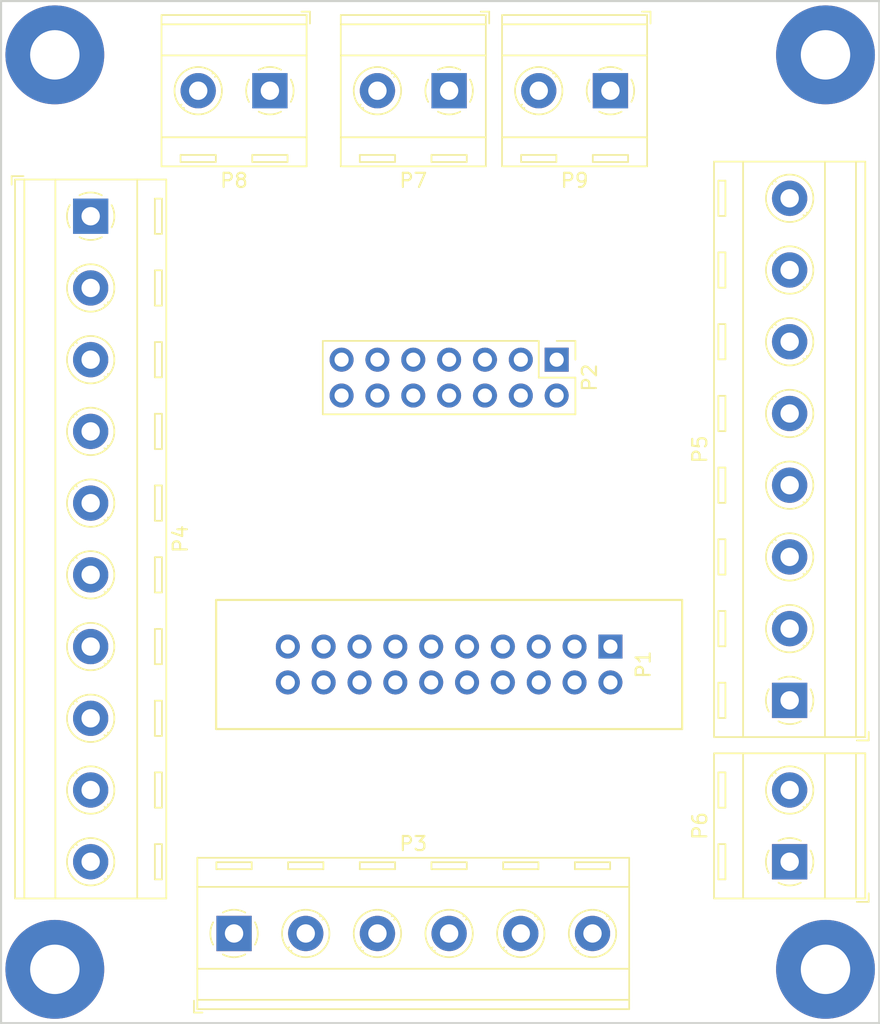
<source format=kicad_pcb>
(kicad_pcb (version 4) (host pcbnew 4.0.7)

  (general
    (links 33)
    (no_connects 33)
    (area 140.894999 59.614999 218.515001 156.285001)
    (thickness 1.6)
    (drawings 4)
    (tracks 0)
    (zones 0)
    (modules 13)
    (nets 34)
  )

  (page A4)
  (layers
    (0 F.Cu signal)
    (31 B.Cu signal)
    (32 B.Adhes user)
    (33 F.Adhes user)
    (34 B.Paste user)
    (35 F.Paste user)
    (36 B.SilkS user)
    (37 F.SilkS user)
    (38 B.Mask user)
    (39 F.Mask user)
    (40 Dwgs.User user)
    (41 Cmts.User user)
    (42 Eco1.User user)
    (43 Eco2.User user)
    (44 Edge.Cuts user)
    (45 Margin user)
    (46 B.CrtYd user)
    (47 F.CrtYd user)
    (48 B.Fab user)
    (49 F.Fab user)
  )

  (setup
    (last_trace_width 0.25)
    (trace_clearance 0.2)
    (zone_clearance 0.508)
    (zone_45_only no)
    (trace_min 0.2)
    (segment_width 0.2)
    (edge_width 0.15)
    (via_size 0.6)
    (via_drill 0.4)
    (via_min_size 0.4)
    (via_min_drill 0.3)
    (uvia_size 0.3)
    (uvia_drill 0.1)
    (uvias_allowed no)
    (uvia_min_size 0.2)
    (uvia_min_drill 0.1)
    (pcb_text_width 0.3)
    (pcb_text_size 1.5 1.5)
    (mod_edge_width 0.15)
    (mod_text_size 1 1)
    (mod_text_width 0.15)
    (pad_size 1.524 1.524)
    (pad_drill 0.762)
    (pad_to_mask_clearance 0.2)
    (aux_axis_origin 0 0)
    (visible_elements 7FFFFF7F)
    (pcbplotparams
      (layerselection 0x00030_80000001)
      (usegerberextensions false)
      (excludeedgelayer true)
      (linewidth 0.100000)
      (plotframeref false)
      (viasonmask false)
      (mode 1)
      (useauxorigin false)
      (hpglpennumber 1)
      (hpglpenspeed 20)
      (hpglpendiameter 15)
      (hpglpenoverlay 2)
      (psnegative false)
      (psa4output false)
      (plotreference true)
      (plotvalue true)
      (plotinvisibletext false)
      (padsonsilk false)
      (subtractmaskfromsilk false)
      (outputformat 1)
      (mirror false)
      (drillshape 1)
      (scaleselection 1)
      (outputdirectory ""))
  )

  (net 0 "")
  (net 1 CAN_H)
  (net 2 HVPL_1)
  (net 3 CAN_L)
  (net 4 HVPL_2)
  (net 5 NC)
  (net 6 HVPL_Cock)
  (net 7 APPS1_10)
  (net 8 HVPL_1_RTN)
  (net 9 APPS2_5)
  (net 10 HVPL_2_RTN)
  (net 11 APPS1_RTN)
  (net 12 HVPL_Cock_RTN)
  (net 13 RTN_GLV)
  (net 14 APPS1)
  (net 15 BP)
  (net 16 APPS2)
  (net 17 BOT)
  (net 18 Brake_24A)
  (net 19 Brake_24B)
  (net 20 CH_GND)
  (net 21 CC_LED)
  (net 22 LV_RTN)
  (net 23 IMD_Fault_LED)
  (net 24 24LV)
  (net 25 Drive_BTN_+5)
  (net 26 AIRs+)
  (net 27 Drive_BTN)
  (net 28 AIRs-)
  (net 29 Drive_LED)
  (net 30 IMD_Status)
  (net 31 RTDS)
  (net 32 IMD_PWM)
  (net 33 RTDS_RTN)

  (net_class Default "This is the default net class."
    (clearance 0.2)
    (trace_width 0.25)
    (via_dia 0.6)
    (via_drill 0.4)
    (uvia_dia 0.3)
    (uvia_drill 0.1)
    (add_net 24LV)
    (add_net AIRs+)
    (add_net AIRs-)
    (add_net APPS1)
    (add_net APPS1_10)
    (add_net APPS1_RTN)
    (add_net APPS2)
    (add_net APPS2_5)
    (add_net BOT)
    (add_net BP)
    (add_net Brake_24A)
    (add_net Brake_24B)
    (add_net CAN_H)
    (add_net CAN_L)
    (add_net CC_LED)
    (add_net CH_GND)
    (add_net Drive_BTN)
    (add_net Drive_BTN_+5)
    (add_net Drive_LED)
    (add_net HVPL_1)
    (add_net HVPL_1_RTN)
    (add_net HVPL_2)
    (add_net HVPL_2_RTN)
    (add_net HVPL_Cock)
    (add_net HVPL_Cock_RTN)
    (add_net IMD_Fault_LED)
    (add_net IMD_PWM)
    (add_net IMD_Status)
    (add_net LV_RTN)
    (add_net NC)
    (add_net RTDS)
    (add_net RTDS_RTN)
    (add_net RTN_GLV)
  )

  (module TerminalBlock_RND:TerminalBlock_RND_205-00291_1x06_P5.08mm_Horizontal placed (layer F.Cu) (tedit 5A7BBD2A) (tstamp 5A83D8EB)
    (at 166.37 133.35)
    (descr "terminal block RND 205-00291, 6 pins, pitch 5.08mm, size 30.479999999999997x10.6mm^2, drill diamater 1.3mm, pad diameter 2.5mm, see http://cdn-reichelt.de/documents/datenblatt/C151/RND_205-00287_DB_EN.pdf, script-generated using https://github.com/pointhi/kicad-footprint-generator/scripts/TerminalBlock_RND")
    (tags "THT terminal block RND 205-00291 pitch 5.08mm size 30.479999999999997x10.6mm^2 drill 1.3mm pad 2.5mm")
    (path /5A77AB92)
    (fp_text reference P3 (at 12.7 -6.36) (layer F.SilkS)
      (effects (font (size 1 1) (thickness 0.15)))
    )
    (fp_text value CONN_01X06 (at 12.7 6.36) (layer F.Fab) hide
      (effects (font (size 1 1) (thickness 0.15)))
    )
    (fp_arc (start 0 0) (end 0 1.68) (angle -28) (layer F.SilkS) (width 0.12))
    (fp_arc (start 0 0) (end 1.484 0.789) (angle -56) (layer F.SilkS) (width 0.12))
    (fp_arc (start 0 0) (end 0.789 -1.484) (angle -56) (layer F.SilkS) (width 0.12))
    (fp_arc (start 0 0) (end -1.484 -0.789) (angle -56) (layer F.SilkS) (width 0.12))
    (fp_arc (start 0 0) (end -0.789 1.484) (angle -29) (layer F.SilkS) (width 0.12))
    (fp_circle (center 0 0) (end 1.5 0) (layer F.Fab) (width 0.1))
    (fp_circle (center 5.08 0) (end 6.58 0) (layer F.Fab) (width 0.1))
    (fp_circle (center 5.08 0) (end 6.76 0) (layer F.SilkS) (width 0.12))
    (fp_circle (center 10.16 0) (end 11.66 0) (layer F.Fab) (width 0.1))
    (fp_circle (center 10.16 0) (end 11.84 0) (layer F.SilkS) (width 0.12))
    (fp_circle (center 15.24 0) (end 16.74 0) (layer F.Fab) (width 0.1))
    (fp_circle (center 15.24 0) (end 16.92 0) (layer F.SilkS) (width 0.12))
    (fp_circle (center 20.32 0) (end 21.82 0) (layer F.Fab) (width 0.1))
    (fp_circle (center 20.32 0) (end 22 0) (layer F.SilkS) (width 0.12))
    (fp_circle (center 25.4 0) (end 26.9 0) (layer F.Fab) (width 0.1))
    (fp_circle (center 25.4 0) (end 27.08 0) (layer F.SilkS) (width 0.12))
    (fp_line (start -2.54 -5.3) (end 27.94 -5.3) (layer F.Fab) (width 0.1))
    (fp_line (start 27.94 -5.3) (end 27.94 5.3) (layer F.Fab) (width 0.1))
    (fp_line (start 27.94 5.3) (end -1.94 5.3) (layer F.Fab) (width 0.1))
    (fp_line (start -1.94 5.3) (end -2.54 4.7) (layer F.Fab) (width 0.1))
    (fp_line (start -2.54 4.7) (end -2.54 -5.3) (layer F.Fab) (width 0.1))
    (fp_line (start -2.54 4.7) (end 27.94 4.7) (layer F.Fab) (width 0.1))
    (fp_line (start -2.6 4.7) (end 28 4.7) (layer F.SilkS) (width 0.12))
    (fp_line (start -2.54 2.5) (end 27.94 2.5) (layer F.Fab) (width 0.1))
    (fp_line (start -2.6 2.5) (end 28 2.5) (layer F.SilkS) (width 0.12))
    (fp_line (start -2.54 -3.3) (end 27.94 -3.3) (layer F.Fab) (width 0.1))
    (fp_line (start -2.6 -3.3) (end 28 -3.3) (layer F.SilkS) (width 0.12))
    (fp_line (start -2.6 -5.36) (end 28 -5.36) (layer F.SilkS) (width 0.12))
    (fp_line (start -2.6 5.36) (end 28 5.36) (layer F.SilkS) (width 0.12))
    (fp_line (start -2.6 -5.36) (end -2.6 5.36) (layer F.SilkS) (width 0.12))
    (fp_line (start 28 -5.36) (end 28 5.36) (layer F.SilkS) (width 0.12))
    (fp_line (start 1.138 -0.955) (end -0.955 1.138) (layer F.Fab) (width 0.1))
    (fp_line (start 0.955 -1.138) (end -1.138 0.955) (layer F.Fab) (width 0.1))
    (fp_line (start -1.25 -5.05) (end -1.25 -4.55) (layer F.Fab) (width 0.1))
    (fp_line (start -1.25 -4.55) (end 1.25 -4.55) (layer F.Fab) (width 0.1))
    (fp_line (start 1.25 -4.55) (end 1.25 -5.05) (layer F.Fab) (width 0.1))
    (fp_line (start 1.25 -5.05) (end -1.25 -5.05) (layer F.Fab) (width 0.1))
    (fp_line (start -1.25 -5.05) (end 1.25 -5.05) (layer F.SilkS) (width 0.12))
    (fp_line (start -1.25 -4.55) (end 1.25 -4.55) (layer F.SilkS) (width 0.12))
    (fp_line (start -1.25 -5.05) (end -1.25 -4.55) (layer F.SilkS) (width 0.12))
    (fp_line (start 1.25 -5.05) (end 1.25 -4.55) (layer F.SilkS) (width 0.12))
    (fp_line (start 6.218 -0.955) (end 4.126 1.138) (layer F.Fab) (width 0.1))
    (fp_line (start 6.035 -1.138) (end 3.943 0.955) (layer F.Fab) (width 0.1))
    (fp_line (start 6.355 -1.069) (end 6.261 -0.976) (layer F.SilkS) (width 0.12))
    (fp_line (start 4.07 1.216) (end 4.011 1.274) (layer F.SilkS) (width 0.12))
    (fp_line (start 6.15 -1.275) (end 6.091 -1.216) (layer F.SilkS) (width 0.12))
    (fp_line (start 3.9 0.976) (end 3.806 1.069) (layer F.SilkS) (width 0.12))
    (fp_line (start 3.83 -5.05) (end 3.83 -4.55) (layer F.Fab) (width 0.1))
    (fp_line (start 3.83 -4.55) (end 6.33 -4.55) (layer F.Fab) (width 0.1))
    (fp_line (start 6.33 -4.55) (end 6.33 -5.05) (layer F.Fab) (width 0.1))
    (fp_line (start 6.33 -5.05) (end 3.83 -5.05) (layer F.Fab) (width 0.1))
    (fp_line (start 3.83 -5.05) (end 6.33 -5.05) (layer F.SilkS) (width 0.12))
    (fp_line (start 3.83 -4.55) (end 6.33 -4.55) (layer F.SilkS) (width 0.12))
    (fp_line (start 3.83 -5.05) (end 3.83 -4.55) (layer F.SilkS) (width 0.12))
    (fp_line (start 6.33 -5.05) (end 6.33 -4.55) (layer F.SilkS) (width 0.12))
    (fp_line (start 11.298 -0.955) (end 9.206 1.138) (layer F.Fab) (width 0.1))
    (fp_line (start 11.115 -1.138) (end 9.023 0.955) (layer F.Fab) (width 0.1))
    (fp_line (start 11.435 -1.069) (end 11.341 -0.976) (layer F.SilkS) (width 0.12))
    (fp_line (start 9.15 1.216) (end 9.091 1.274) (layer F.SilkS) (width 0.12))
    (fp_line (start 11.23 -1.275) (end 11.171 -1.216) (layer F.SilkS) (width 0.12))
    (fp_line (start 8.98 0.976) (end 8.886 1.069) (layer F.SilkS) (width 0.12))
    (fp_line (start 8.91 -5.05) (end 8.91 -4.55) (layer F.Fab) (width 0.1))
    (fp_line (start 8.91 -4.55) (end 11.41 -4.55) (layer F.Fab) (width 0.1))
    (fp_line (start 11.41 -4.55) (end 11.41 -5.05) (layer F.Fab) (width 0.1))
    (fp_line (start 11.41 -5.05) (end 8.91 -5.05) (layer F.Fab) (width 0.1))
    (fp_line (start 8.91 -5.05) (end 11.41 -5.05) (layer F.SilkS) (width 0.12))
    (fp_line (start 8.91 -4.55) (end 11.41 -4.55) (layer F.SilkS) (width 0.12))
    (fp_line (start 8.91 -5.05) (end 8.91 -4.55) (layer F.SilkS) (width 0.12))
    (fp_line (start 11.41 -5.05) (end 11.41 -4.55) (layer F.SilkS) (width 0.12))
    (fp_line (start 16.378 -0.955) (end 14.286 1.138) (layer F.Fab) (width 0.1))
    (fp_line (start 16.195 -1.138) (end 14.103 0.955) (layer F.Fab) (width 0.1))
    (fp_line (start 16.515 -1.069) (end 16.421 -0.976) (layer F.SilkS) (width 0.12))
    (fp_line (start 14.23 1.216) (end 14.171 1.274) (layer F.SilkS) (width 0.12))
    (fp_line (start 16.31 -1.275) (end 16.251 -1.216) (layer F.SilkS) (width 0.12))
    (fp_line (start 14.06 0.976) (end 13.966 1.069) (layer F.SilkS) (width 0.12))
    (fp_line (start 13.99 -5.05) (end 13.99 -4.55) (layer F.Fab) (width 0.1))
    (fp_line (start 13.99 -4.55) (end 16.49 -4.55) (layer F.Fab) (width 0.1))
    (fp_line (start 16.49 -4.55) (end 16.49 -5.05) (layer F.Fab) (width 0.1))
    (fp_line (start 16.49 -5.05) (end 13.99 -5.05) (layer F.Fab) (width 0.1))
    (fp_line (start 13.99 -5.05) (end 16.49 -5.05) (layer F.SilkS) (width 0.12))
    (fp_line (start 13.99 -4.55) (end 16.49 -4.55) (layer F.SilkS) (width 0.12))
    (fp_line (start 13.99 -5.05) (end 13.99 -4.55) (layer F.SilkS) (width 0.12))
    (fp_line (start 16.49 -5.05) (end 16.49 -4.55) (layer F.SilkS) (width 0.12))
    (fp_line (start 21.458 -0.955) (end 19.366 1.138) (layer F.Fab) (width 0.1))
    (fp_line (start 21.275 -1.138) (end 19.183 0.955) (layer F.Fab) (width 0.1))
    (fp_line (start 21.595 -1.069) (end 21.501 -0.976) (layer F.SilkS) (width 0.12))
    (fp_line (start 19.31 1.216) (end 19.251 1.274) (layer F.SilkS) (width 0.12))
    (fp_line (start 21.39 -1.275) (end 21.331 -1.216) (layer F.SilkS) (width 0.12))
    (fp_line (start 19.14 0.976) (end 19.046 1.069) (layer F.SilkS) (width 0.12))
    (fp_line (start 19.07 -5.05) (end 19.07 -4.55) (layer F.Fab) (width 0.1))
    (fp_line (start 19.07 -4.55) (end 21.57 -4.55) (layer F.Fab) (width 0.1))
    (fp_line (start 21.57 -4.55) (end 21.57 -5.05) (layer F.Fab) (width 0.1))
    (fp_line (start 21.57 -5.05) (end 19.07 -5.05) (layer F.Fab) (width 0.1))
    (fp_line (start 19.07 -5.05) (end 21.57 -5.05) (layer F.SilkS) (width 0.12))
    (fp_line (start 19.07 -4.55) (end 21.57 -4.55) (layer F.SilkS) (width 0.12))
    (fp_line (start 19.07 -5.05) (end 19.07 -4.55) (layer F.SilkS) (width 0.12))
    (fp_line (start 21.57 -5.05) (end 21.57 -4.55) (layer F.SilkS) (width 0.12))
    (fp_line (start 26.538 -0.955) (end 24.446 1.138) (layer F.Fab) (width 0.1))
    (fp_line (start 26.355 -1.138) (end 24.263 0.955) (layer F.Fab) (width 0.1))
    (fp_line (start 26.675 -1.069) (end 26.581 -0.976) (layer F.SilkS) (width 0.12))
    (fp_line (start 24.39 1.216) (end 24.331 1.274) (layer F.SilkS) (width 0.12))
    (fp_line (start 26.47 -1.275) (end 26.411 -1.216) (layer F.SilkS) (width 0.12))
    (fp_line (start 24.22 0.976) (end 24.126 1.069) (layer F.SilkS) (width 0.12))
    (fp_line (start 24.15 -5.05) (end 24.15 -4.55) (layer F.Fab) (width 0.1))
    (fp_line (start 24.15 -4.55) (end 26.65 -4.55) (layer F.Fab) (width 0.1))
    (fp_line (start 26.65 -4.55) (end 26.65 -5.05) (layer F.Fab) (width 0.1))
    (fp_line (start 26.65 -5.05) (end 24.15 -5.05) (layer F.Fab) (width 0.1))
    (fp_line (start 24.15 -5.05) (end 26.65 -5.05) (layer F.SilkS) (width 0.12))
    (fp_line (start 24.15 -4.55) (end 26.65 -4.55) (layer F.SilkS) (width 0.12))
    (fp_line (start 24.15 -5.05) (end 24.15 -4.55) (layer F.SilkS) (width 0.12))
    (fp_line (start 26.65 -5.05) (end 26.65 -4.55) (layer F.SilkS) (width 0.12))
    (fp_line (start -2.84 4.76) (end -2.84 5.6) (layer F.SilkS) (width 0.12))
    (fp_line (start -2.84 5.6) (end -2.24 5.6) (layer F.SilkS) (width 0.12))
    (fp_line (start -3.05 -5.8) (end -3.05 5.8) (layer F.CrtYd) (width 0.05))
    (fp_line (start -3.05 5.8) (end 28.45 5.8) (layer F.CrtYd) (width 0.05))
    (fp_line (start 28.45 5.8) (end 28.45 -5.8) (layer F.CrtYd) (width 0.05))
    (fp_line (start 28.45 -5.8) (end -3.05 -5.8) (layer F.CrtYd) (width 0.05))
    (fp_text user W23 (at -3.81 0 90) (layer F.Fab)
      (effects (font (size 1 1) (thickness 0.15)))
    )
    (pad 1 thru_hole rect (at 0 0) (size 2.5 2.5) (drill 1.3) (layers *.Cu *.Mask)
      (net 2 HVPL_1))
    (pad 2 thru_hole circle (at 5.08 0) (size 2.5 2.5) (drill 1.3) (layers *.Cu *.Mask)
      (net 8 HVPL_1_RTN))
    (pad 3 thru_hole circle (at 10.16 0) (size 2.5 2.5) (drill 1.3) (layers *.Cu *.Mask)
      (net 4 HVPL_2))
    (pad 4 thru_hole circle (at 15.24 0) (size 2.5 2.5) (drill 1.3) (layers *.Cu *.Mask)
      (net 10 HVPL_2_RTN))
    (pad 5 thru_hole circle (at 20.32 0) (size 2.5 2.5) (drill 1.3) (layers *.Cu *.Mask)
      (net 31 RTDS))
    (pad 6 thru_hole circle (at 25.4 0) (size 2.5 2.5) (drill 1.3) (layers *.Cu *.Mask)
      (net 33 RTDS_RTN))
    (model ${KISYS3DMOD}/TerminalBlock_RND.3dshapes/TerminalBlock_RND_205-00291_1x06_P5.08mm_Horizontal.wrl
      (at (xyz 0 0 0))
      (scale (xyz 1 1 1))
      (rotate (xyz 0 0 0))
    )
  )

  (module Connector_PinHeader_2.54mm:PinHeader_2x07_P2.54mm_Vertical placed (layer F.Cu) (tedit 5A7BBC09) (tstamp 5A83D86B)
    (at 189.23 92.71 270)
    (descr "Through hole straight pin header, 2x07, 2.54mm pitch, double rows")
    (tags "Through hole pin header THT 2x07 2.54mm double row")
    (path /5A762C5D)
    (fp_text reference P2 (at 1.27 -2.33 270) (layer F.SilkS)
      (effects (font (size 1 1) (thickness 0.15)))
    )
    (fp_text value CONN_02X07 (at 1.27 17.57 270) (layer F.Fab) hide
      (effects (font (size 1 1) (thickness 0.15)))
    )
    (fp_line (start 0 -1.27) (end 3.81 -1.27) (layer F.Fab) (width 0.1))
    (fp_line (start 3.81 -1.27) (end 3.81 16.51) (layer F.Fab) (width 0.1))
    (fp_line (start 3.81 16.51) (end -1.27 16.51) (layer F.Fab) (width 0.1))
    (fp_line (start -1.27 16.51) (end -1.27 0) (layer F.Fab) (width 0.1))
    (fp_line (start -1.27 0) (end 0 -1.27) (layer F.Fab) (width 0.1))
    (fp_line (start -1.33 16.57) (end 3.87 16.57) (layer F.SilkS) (width 0.12))
    (fp_line (start -1.33 1.27) (end -1.33 16.57) (layer F.SilkS) (width 0.12))
    (fp_line (start 3.87 -1.33) (end 3.87 16.57) (layer F.SilkS) (width 0.12))
    (fp_line (start -1.33 1.27) (end 1.27 1.27) (layer F.SilkS) (width 0.12))
    (fp_line (start 1.27 1.27) (end 1.27 -1.33) (layer F.SilkS) (width 0.12))
    (fp_line (start 1.27 -1.33) (end 3.87 -1.33) (layer F.SilkS) (width 0.12))
    (fp_line (start -1.33 0) (end -1.33 -1.33) (layer F.SilkS) (width 0.12))
    (fp_line (start -1.33 -1.33) (end 0 -1.33) (layer F.SilkS) (width 0.12))
    (fp_line (start -1.8 -1.8) (end -1.8 17.05) (layer F.CrtYd) (width 0.05))
    (fp_line (start -1.8 17.05) (end 4.35 17.05) (layer F.CrtYd) (width 0.05))
    (fp_line (start 4.35 17.05) (end 4.35 -1.8) (layer F.CrtYd) (width 0.05))
    (fp_line (start 4.35 -1.8) (end -1.8 -1.8) (layer F.CrtYd) (width 0.05))
    (fp_text user %R (at 1.27 7.62 360) (layer F.Fab)
      (effects (font (size 1 1) (thickness 0.15)))
    )
    (pad 1 thru_hole rect (at 0 0 270) (size 1.7 1.7) (drill 1) (layers *.Cu *.Mask)
      (net 20 CH_GND))
    (pad 2 thru_hole oval (at 2.54 0 270) (size 1.7 1.7) (drill 1) (layers *.Cu *.Mask)
      (net 21 CC_LED))
    (pad 3 thru_hole oval (at 0 2.54 270) (size 1.7 1.7) (drill 1) (layers *.Cu *.Mask)
      (net 22 LV_RTN))
    (pad 4 thru_hole oval (at 2.54 2.54 270) (size 1.7 1.7) (drill 1) (layers *.Cu *.Mask)
      (net 23 IMD_Fault_LED))
    (pad 5 thru_hole oval (at 0 5.08 270) (size 1.7 1.7) (drill 1) (layers *.Cu *.Mask)
      (net 24 24LV))
    (pad 6 thru_hole oval (at 2.54 5.08 270) (size 1.7 1.7) (drill 1) (layers *.Cu *.Mask)
      (net 25 Drive_BTN_+5))
    (pad 7 thru_hole oval (at 0 7.62 270) (size 1.7 1.7) (drill 1) (layers *.Cu *.Mask)
      (net 26 AIRs+))
    (pad 8 thru_hole oval (at 2.54 7.62 270) (size 1.7 1.7) (drill 1) (layers *.Cu *.Mask)
      (net 27 Drive_BTN))
    (pad 9 thru_hole oval (at 0 10.16 270) (size 1.7 1.7) (drill 1) (layers *.Cu *.Mask)
      (net 28 AIRs-))
    (pad 10 thru_hole oval (at 2.54 10.16 270) (size 1.7 1.7) (drill 1) (layers *.Cu *.Mask)
      (net 29 Drive_LED))
    (pad 11 thru_hole oval (at 0 12.7 270) (size 1.7 1.7) (drill 1) (layers *.Cu *.Mask)
      (net 30 IMD_Status))
    (pad 12 thru_hole oval (at 2.54 12.7 270) (size 1.7 1.7) (drill 1) (layers *.Cu *.Mask)
      (net 31 RTDS))
    (pad 13 thru_hole oval (at 0 15.24 270) (size 1.7 1.7) (drill 1) (layers *.Cu *.Mask)
      (net 32 IMD_PWM))
    (pad 14 thru_hole oval (at 2.54 15.24 270) (size 1.7 1.7) (drill 1) (layers *.Cu *.Mask)
      (net 33 RTDS_RTN))
    (model ${KISYS3DMOD}/Connector_PinHeader_2.54mm.3dshapes/PinHeader_2x07_P2.54mm_Vertical.wrl
      (at (xyz 0 0 0))
      (scale (xyz 1 1 1))
      (rotate (xyz 0 0 0))
    )
  )

  (module TerminalBlock_RND:TerminalBlock_RND_205-00295_1x10_P5.08mm_Horizontal placed (layer F.Cu) (tedit 5A7BBF24) (tstamp 5A83D9AF)
    (at 156.21 82.55 270)
    (descr "terminal block RND 205-00295, 10 pins, pitch 5.08mm, size 50.8x10.6mm^2, drill diamater 1.3mm, pad diameter 2.5mm, see http://cdn-reichelt.de/documents/datenblatt/C151/RND_205-00287_DB_EN.pdf, script-generated using https://github.com/pointhi/kicad-footprint-generator/scripts/TerminalBlock_RND")
    (tags "THT terminal block RND 205-00295 pitch 5.08mm size 50.8x10.6mm^2 drill 1.3mm pad 2.5mm")
    (path /5A763DB3)
    (fp_text reference P4 (at 22.86 -6.36 270) (layer F.SilkS)
      (effects (font (size 1 1) (thickness 0.15)))
    )
    (fp_text value CONN_01X10 (at 22.86 6.36 270) (layer F.Fab) hide
      (effects (font (size 1 1) (thickness 0.15)))
    )
    (fp_arc (start 0 0) (end 0 1.68) (angle -28) (layer F.SilkS) (width 0.12))
    (fp_arc (start 0 0) (end 1.484 0.789) (angle -56) (layer F.SilkS) (width 0.12))
    (fp_arc (start 0 0) (end 0.789 -1.484) (angle -56) (layer F.SilkS) (width 0.12))
    (fp_arc (start 0 0) (end -1.484 -0.789) (angle -56) (layer F.SilkS) (width 0.12))
    (fp_arc (start 0 0) (end -0.789 1.484) (angle -29) (layer F.SilkS) (width 0.12))
    (fp_circle (center 0 0) (end 1.5 0) (layer F.Fab) (width 0.1))
    (fp_circle (center 5.08 0) (end 6.58 0) (layer F.Fab) (width 0.1))
    (fp_circle (center 5.08 0) (end 6.76 0) (layer F.SilkS) (width 0.12))
    (fp_circle (center 10.16 0) (end 11.66 0) (layer F.Fab) (width 0.1))
    (fp_circle (center 10.16 0) (end 11.84 0) (layer F.SilkS) (width 0.12))
    (fp_circle (center 15.24 0) (end 16.74 0) (layer F.Fab) (width 0.1))
    (fp_circle (center 15.24 0) (end 16.92 0) (layer F.SilkS) (width 0.12))
    (fp_circle (center 20.32 0) (end 21.82 0) (layer F.Fab) (width 0.1))
    (fp_circle (center 20.32 0) (end 22 0) (layer F.SilkS) (width 0.12))
    (fp_circle (center 25.4 0) (end 26.9 0) (layer F.Fab) (width 0.1))
    (fp_circle (center 25.4 0) (end 27.08 0) (layer F.SilkS) (width 0.12))
    (fp_circle (center 30.48 0) (end 31.98 0) (layer F.Fab) (width 0.1))
    (fp_circle (center 30.48 0) (end 32.16 0) (layer F.SilkS) (width 0.12))
    (fp_circle (center 35.56 0) (end 37.06 0) (layer F.Fab) (width 0.1))
    (fp_circle (center 35.56 0) (end 37.24 0) (layer F.SilkS) (width 0.12))
    (fp_circle (center 40.64 0) (end 42.14 0) (layer F.Fab) (width 0.1))
    (fp_circle (center 40.64 0) (end 42.32 0) (layer F.SilkS) (width 0.12))
    (fp_circle (center 45.72 0) (end 47.22 0) (layer F.Fab) (width 0.1))
    (fp_circle (center 45.72 0) (end 47.4 0) (layer F.SilkS) (width 0.12))
    (fp_line (start -2.54 -5.3) (end 48.26 -5.3) (layer F.Fab) (width 0.1))
    (fp_line (start 48.26 -5.3) (end 48.26 5.3) (layer F.Fab) (width 0.1))
    (fp_line (start 48.26 5.3) (end -1.94 5.3) (layer F.Fab) (width 0.1))
    (fp_line (start -1.94 5.3) (end -2.54 4.7) (layer F.Fab) (width 0.1))
    (fp_line (start -2.54 4.7) (end -2.54 -5.3) (layer F.Fab) (width 0.1))
    (fp_line (start -2.54 4.7) (end 48.26 4.7) (layer F.Fab) (width 0.1))
    (fp_line (start -2.6 4.7) (end 48.32 4.7) (layer F.SilkS) (width 0.12))
    (fp_line (start -2.54 2.5) (end 48.26 2.5) (layer F.Fab) (width 0.1))
    (fp_line (start -2.6 2.5) (end 48.32 2.5) (layer F.SilkS) (width 0.12))
    (fp_line (start -2.54 -3.3) (end 48.26 -3.3) (layer F.Fab) (width 0.1))
    (fp_line (start -2.6 -3.3) (end 48.32 -3.3) (layer F.SilkS) (width 0.12))
    (fp_line (start -2.6 -5.36) (end 48.32 -5.36) (layer F.SilkS) (width 0.12))
    (fp_line (start -2.6 5.36) (end 48.32 5.36) (layer F.SilkS) (width 0.12))
    (fp_line (start -2.6 -5.36) (end -2.6 5.36) (layer F.SilkS) (width 0.12))
    (fp_line (start 48.32 -5.36) (end 48.32 5.36) (layer F.SilkS) (width 0.12))
    (fp_line (start 1.138 -0.955) (end -0.955 1.138) (layer F.Fab) (width 0.1))
    (fp_line (start 0.955 -1.138) (end -1.138 0.955) (layer F.Fab) (width 0.1))
    (fp_line (start -1.25 -5.05) (end -1.25 -4.55) (layer F.Fab) (width 0.1))
    (fp_line (start -1.25 -4.55) (end 1.25 -4.55) (layer F.Fab) (width 0.1))
    (fp_line (start 1.25 -4.55) (end 1.25 -5.05) (layer F.Fab) (width 0.1))
    (fp_line (start 1.25 -5.05) (end -1.25 -5.05) (layer F.Fab) (width 0.1))
    (fp_line (start -1.25 -5.05) (end 1.25 -5.05) (layer F.SilkS) (width 0.12))
    (fp_line (start -1.25 -4.55) (end 1.25 -4.55) (layer F.SilkS) (width 0.12))
    (fp_line (start -1.25 -5.05) (end -1.25 -4.55) (layer F.SilkS) (width 0.12))
    (fp_line (start 1.25 -5.05) (end 1.25 -4.55) (layer F.SilkS) (width 0.12))
    (fp_line (start 6.218 -0.955) (end 4.126 1.138) (layer F.Fab) (width 0.1))
    (fp_line (start 6.035 -1.138) (end 3.943 0.955) (layer F.Fab) (width 0.1))
    (fp_line (start 6.355 -1.069) (end 6.261 -0.976) (layer F.SilkS) (width 0.12))
    (fp_line (start 4.07 1.216) (end 4.011 1.274) (layer F.SilkS) (width 0.12))
    (fp_line (start 6.15 -1.275) (end 6.091 -1.216) (layer F.SilkS) (width 0.12))
    (fp_line (start 3.9 0.976) (end 3.806 1.069) (layer F.SilkS) (width 0.12))
    (fp_line (start 3.83 -5.05) (end 3.83 -4.55) (layer F.Fab) (width 0.1))
    (fp_line (start 3.83 -4.55) (end 6.33 -4.55) (layer F.Fab) (width 0.1))
    (fp_line (start 6.33 -4.55) (end 6.33 -5.05) (layer F.Fab) (width 0.1))
    (fp_line (start 6.33 -5.05) (end 3.83 -5.05) (layer F.Fab) (width 0.1))
    (fp_line (start 3.83 -5.05) (end 6.33 -5.05) (layer F.SilkS) (width 0.12))
    (fp_line (start 3.83 -4.55) (end 6.33 -4.55) (layer F.SilkS) (width 0.12))
    (fp_line (start 3.83 -5.05) (end 3.83 -4.55) (layer F.SilkS) (width 0.12))
    (fp_line (start 6.33 -5.05) (end 6.33 -4.55) (layer F.SilkS) (width 0.12))
    (fp_line (start 11.298 -0.955) (end 9.206 1.138) (layer F.Fab) (width 0.1))
    (fp_line (start 11.115 -1.138) (end 9.023 0.955) (layer F.Fab) (width 0.1))
    (fp_line (start 11.435 -1.069) (end 11.341 -0.976) (layer F.SilkS) (width 0.12))
    (fp_line (start 9.15 1.216) (end 9.091 1.274) (layer F.SilkS) (width 0.12))
    (fp_line (start 11.23 -1.275) (end 11.171 -1.216) (layer F.SilkS) (width 0.12))
    (fp_line (start 8.98 0.976) (end 8.886 1.069) (layer F.SilkS) (width 0.12))
    (fp_line (start 8.91 -5.05) (end 8.91 -4.55) (layer F.Fab) (width 0.1))
    (fp_line (start 8.91 -4.55) (end 11.41 -4.55) (layer F.Fab) (width 0.1))
    (fp_line (start 11.41 -4.55) (end 11.41 -5.05) (layer F.Fab) (width 0.1))
    (fp_line (start 11.41 -5.05) (end 8.91 -5.05) (layer F.Fab) (width 0.1))
    (fp_line (start 8.91 -5.05) (end 11.41 -5.05) (layer F.SilkS) (width 0.12))
    (fp_line (start 8.91 -4.55) (end 11.41 -4.55) (layer F.SilkS) (width 0.12))
    (fp_line (start 8.91 -5.05) (end 8.91 -4.55) (layer F.SilkS) (width 0.12))
    (fp_line (start 11.41 -5.05) (end 11.41 -4.55) (layer F.SilkS) (width 0.12))
    (fp_line (start 16.378 -0.955) (end 14.286 1.138) (layer F.Fab) (width 0.1))
    (fp_line (start 16.195 -1.138) (end 14.103 0.955) (layer F.Fab) (width 0.1))
    (fp_line (start 16.515 -1.069) (end 16.421 -0.976) (layer F.SilkS) (width 0.12))
    (fp_line (start 14.23 1.216) (end 14.171 1.274) (layer F.SilkS) (width 0.12))
    (fp_line (start 16.31 -1.275) (end 16.251 -1.216) (layer F.SilkS) (width 0.12))
    (fp_line (start 14.06 0.976) (end 13.966 1.069) (layer F.SilkS) (width 0.12))
    (fp_line (start 13.99 -5.05) (end 13.99 -4.55) (layer F.Fab) (width 0.1))
    (fp_line (start 13.99 -4.55) (end 16.49 -4.55) (layer F.Fab) (width 0.1))
    (fp_line (start 16.49 -4.55) (end 16.49 -5.05) (layer F.Fab) (width 0.1))
    (fp_line (start 16.49 -5.05) (end 13.99 -5.05) (layer F.Fab) (width 0.1))
    (fp_line (start 13.99 -5.05) (end 16.49 -5.05) (layer F.SilkS) (width 0.12))
    (fp_line (start 13.99 -4.55) (end 16.49 -4.55) (layer F.SilkS) (width 0.12))
    (fp_line (start 13.99 -5.05) (end 13.99 -4.55) (layer F.SilkS) (width 0.12))
    (fp_line (start 16.49 -5.05) (end 16.49 -4.55) (layer F.SilkS) (width 0.12))
    (fp_line (start 21.458 -0.955) (end 19.366 1.138) (layer F.Fab) (width 0.1))
    (fp_line (start 21.275 -1.138) (end 19.183 0.955) (layer F.Fab) (width 0.1))
    (fp_line (start 21.595 -1.069) (end 21.501 -0.976) (layer F.SilkS) (width 0.12))
    (fp_line (start 19.31 1.216) (end 19.251 1.274) (layer F.SilkS) (width 0.12))
    (fp_line (start 21.39 -1.275) (end 21.331 -1.216) (layer F.SilkS) (width 0.12))
    (fp_line (start 19.14 0.976) (end 19.046 1.069) (layer F.SilkS) (width 0.12))
    (fp_line (start 19.07 -5.05) (end 19.07 -4.55) (layer F.Fab) (width 0.1))
    (fp_line (start 19.07 -4.55) (end 21.57 -4.55) (layer F.Fab) (width 0.1))
    (fp_line (start 21.57 -4.55) (end 21.57 -5.05) (layer F.Fab) (width 0.1))
    (fp_line (start 21.57 -5.05) (end 19.07 -5.05) (layer F.Fab) (width 0.1))
    (fp_line (start 19.07 -5.05) (end 21.57 -5.05) (layer F.SilkS) (width 0.12))
    (fp_line (start 19.07 -4.55) (end 21.57 -4.55) (layer F.SilkS) (width 0.12))
    (fp_line (start 19.07 -5.05) (end 19.07 -4.55) (layer F.SilkS) (width 0.12))
    (fp_line (start 21.57 -5.05) (end 21.57 -4.55) (layer F.SilkS) (width 0.12))
    (fp_line (start 26.538 -0.955) (end 24.446 1.138) (layer F.Fab) (width 0.1))
    (fp_line (start 26.355 -1.138) (end 24.263 0.955) (layer F.Fab) (width 0.1))
    (fp_line (start 26.675 -1.069) (end 26.581 -0.976) (layer F.SilkS) (width 0.12))
    (fp_line (start 24.39 1.216) (end 24.331 1.274) (layer F.SilkS) (width 0.12))
    (fp_line (start 26.47 -1.275) (end 26.411 -1.216) (layer F.SilkS) (width 0.12))
    (fp_line (start 24.22 0.976) (end 24.126 1.069) (layer F.SilkS) (width 0.12))
    (fp_line (start 24.15 -5.05) (end 24.15 -4.55) (layer F.Fab) (width 0.1))
    (fp_line (start 24.15 -4.55) (end 26.65 -4.55) (layer F.Fab) (width 0.1))
    (fp_line (start 26.65 -4.55) (end 26.65 -5.05) (layer F.Fab) (width 0.1))
    (fp_line (start 26.65 -5.05) (end 24.15 -5.05) (layer F.Fab) (width 0.1))
    (fp_line (start 24.15 -5.05) (end 26.65 -5.05) (layer F.SilkS) (width 0.12))
    (fp_line (start 24.15 -4.55) (end 26.65 -4.55) (layer F.SilkS) (width 0.12))
    (fp_line (start 24.15 -5.05) (end 24.15 -4.55) (layer F.SilkS) (width 0.12))
    (fp_line (start 26.65 -5.05) (end 26.65 -4.55) (layer F.SilkS) (width 0.12))
    (fp_line (start 31.618 -0.955) (end 29.526 1.138) (layer F.Fab) (width 0.1))
    (fp_line (start 31.435 -1.138) (end 29.343 0.955) (layer F.Fab) (width 0.1))
    (fp_line (start 31.755 -1.069) (end 31.661 -0.976) (layer F.SilkS) (width 0.12))
    (fp_line (start 29.47 1.216) (end 29.411 1.274) (layer F.SilkS) (width 0.12))
    (fp_line (start 31.55 -1.275) (end 31.491 -1.216) (layer F.SilkS) (width 0.12))
    (fp_line (start 29.3 0.976) (end 29.206 1.069) (layer F.SilkS) (width 0.12))
    (fp_line (start 29.23 -5.05) (end 29.23 -4.55) (layer F.Fab) (width 0.1))
    (fp_line (start 29.23 -4.55) (end 31.73 -4.55) (layer F.Fab) (width 0.1))
    (fp_line (start 31.73 -4.55) (end 31.73 -5.05) (layer F.Fab) (width 0.1))
    (fp_line (start 31.73 -5.05) (end 29.23 -5.05) (layer F.Fab) (width 0.1))
    (fp_line (start 29.23 -5.05) (end 31.73 -5.05) (layer F.SilkS) (width 0.12))
    (fp_line (start 29.23 -4.55) (end 31.73 -4.55) (layer F.SilkS) (width 0.12))
    (fp_line (start 29.23 -5.05) (end 29.23 -4.55) (layer F.SilkS) (width 0.12))
    (fp_line (start 31.73 -5.05) (end 31.73 -4.55) (layer F.SilkS) (width 0.12))
    (fp_line (start 36.698 -0.955) (end 34.606 1.138) (layer F.Fab) (width 0.1))
    (fp_line (start 36.515 -1.138) (end 34.423 0.955) (layer F.Fab) (width 0.1))
    (fp_line (start 36.835 -1.069) (end 36.741 -0.976) (layer F.SilkS) (width 0.12))
    (fp_line (start 34.55 1.216) (end 34.491 1.274) (layer F.SilkS) (width 0.12))
    (fp_line (start 36.63 -1.275) (end 36.571 -1.216) (layer F.SilkS) (width 0.12))
    (fp_line (start 34.38 0.976) (end 34.286 1.069) (layer F.SilkS) (width 0.12))
    (fp_line (start 34.31 -5.05) (end 34.31 -4.55) (layer F.Fab) (width 0.1))
    (fp_line (start 34.31 -4.55) (end 36.81 -4.55) (layer F.Fab) (width 0.1))
    (fp_line (start 36.81 -4.55) (end 36.81 -5.05) (layer F.Fab) (width 0.1))
    (fp_line (start 36.81 -5.05) (end 34.31 -5.05) (layer F.Fab) (width 0.1))
    (fp_line (start 34.31 -5.05) (end 36.81 -5.05) (layer F.SilkS) (width 0.12))
    (fp_line (start 34.31 -4.55) (end 36.81 -4.55) (layer F.SilkS) (width 0.12))
    (fp_line (start 34.31 -5.05) (end 34.31 -4.55) (layer F.SilkS) (width 0.12))
    (fp_line (start 36.81 -5.05) (end 36.81 -4.55) (layer F.SilkS) (width 0.12))
    (fp_line (start 41.778 -0.955) (end 39.686 1.138) (layer F.Fab) (width 0.1))
    (fp_line (start 41.595 -1.138) (end 39.503 0.955) (layer F.Fab) (width 0.1))
    (fp_line (start 41.915 -1.069) (end 41.821 -0.976) (layer F.SilkS) (width 0.12))
    (fp_line (start 39.63 1.216) (end 39.571 1.274) (layer F.SilkS) (width 0.12))
    (fp_line (start 41.71 -1.275) (end 41.651 -1.216) (layer F.SilkS) (width 0.12))
    (fp_line (start 39.46 0.976) (end 39.366 1.069) (layer F.SilkS) (width 0.12))
    (fp_line (start 39.39 -5.05) (end 39.39 -4.55) (layer F.Fab) (width 0.1))
    (fp_line (start 39.39 -4.55) (end 41.89 -4.55) (layer F.Fab) (width 0.1))
    (fp_line (start 41.89 -4.55) (end 41.89 -5.05) (layer F.Fab) (width 0.1))
    (fp_line (start 41.89 -5.05) (end 39.39 -5.05) (layer F.Fab) (width 0.1))
    (fp_line (start 39.39 -5.05) (end 41.89 -5.05) (layer F.SilkS) (width 0.12))
    (fp_line (start 39.39 -4.55) (end 41.89 -4.55) (layer F.SilkS) (width 0.12))
    (fp_line (start 39.39 -5.05) (end 39.39 -4.55) (layer F.SilkS) (width 0.12))
    (fp_line (start 41.89 -5.05) (end 41.89 -4.55) (layer F.SilkS) (width 0.12))
    (fp_line (start 46.858 -0.955) (end 44.766 1.138) (layer F.Fab) (width 0.1))
    (fp_line (start 46.675 -1.138) (end 44.583 0.955) (layer F.Fab) (width 0.1))
    (fp_line (start 46.995 -1.069) (end 46.901 -0.976) (layer F.SilkS) (width 0.12))
    (fp_line (start 44.71 1.216) (end 44.651 1.274) (layer F.SilkS) (width 0.12))
    (fp_line (start 46.79 -1.275) (end 46.731 -1.216) (layer F.SilkS) (width 0.12))
    (fp_line (start 44.54 0.976) (end 44.446 1.069) (layer F.SilkS) (width 0.12))
    (fp_line (start 44.47 -5.05) (end 44.47 -4.55) (layer F.Fab) (width 0.1))
    (fp_line (start 44.47 -4.55) (end 46.97 -4.55) (layer F.Fab) (width 0.1))
    (fp_line (start 46.97 -4.55) (end 46.97 -5.05) (layer F.Fab) (width 0.1))
    (fp_line (start 46.97 -5.05) (end 44.47 -5.05) (layer F.Fab) (width 0.1))
    (fp_line (start 44.47 -5.05) (end 46.97 -5.05) (layer F.SilkS) (width 0.12))
    (fp_line (start 44.47 -4.55) (end 46.97 -4.55) (layer F.SilkS) (width 0.12))
    (fp_line (start 44.47 -5.05) (end 44.47 -4.55) (layer F.SilkS) (width 0.12))
    (fp_line (start 46.97 -5.05) (end 46.97 -4.55) (layer F.SilkS) (width 0.12))
    (fp_line (start -2.84 4.76) (end -2.84 5.6) (layer F.SilkS) (width 0.12))
    (fp_line (start -2.84 5.6) (end -2.24 5.6) (layer F.SilkS) (width 0.12))
    (fp_line (start -3.05 -5.8) (end -3.05 5.8) (layer F.CrtYd) (width 0.05))
    (fp_line (start -3.05 5.8) (end 48.8 5.8) (layer F.CrtYd) (width 0.05))
    (fp_line (start 48.8 5.8) (end 48.8 -5.8) (layer F.CrtYd) (width 0.05))
    (fp_line (start 48.8 -5.8) (end -3.05 -5.8) (layer F.CrtYd) (width 0.05))
    (fp_text user W24 (at -3.81 0 360) (layer F.Fab)
      (effects (font (size 1 1) (thickness 0.15)))
    )
    (pad 1 thru_hole rect (at 0 0 270) (size 2.5 2.5) (drill 1.3) (layers *.Cu *.Mask)
      (net 18 Brake_24A))
    (pad 2 thru_hole circle (at 5.08 0 270) (size 2.5 2.5) (drill 1.3) (layers *.Cu *.Mask)
      (net 19 Brake_24B))
    (pad 3 thru_hole circle (at 10.16 0 270) (size 2.5 2.5) (drill 1.3) (layers *.Cu *.Mask)
      (net 15 BP))
    (pad 4 thru_hole circle (at 15.24 0 270) (size 2.5 2.5) (drill 1.3) (layers *.Cu *.Mask)
      (net 17 BOT))
    (pad 5 thru_hole circle (at 20.32 0 270) (size 2.5 2.5) (drill 1.3) (layers *.Cu *.Mask)
      (net 7 APPS1_10))
    (pad 6 thru_hole circle (at 25.4 0 270) (size 2.5 2.5) (drill 1.3) (layers *.Cu *.Mask)
      (net 14 APPS1))
    (pad 7 thru_hole circle (at 30.48 0 270) (size 2.5 2.5) (drill 1.3) (layers *.Cu *.Mask)
      (net 11 APPS1_RTN))
    (pad 8 thru_hole circle (at 35.56 0 270) (size 2.5 2.5) (drill 1.3) (layers *.Cu *.Mask)
      (net 9 APPS2_5))
    (pad 9 thru_hole circle (at 40.64 0 270) (size 2.5 2.5) (drill 1.3) (layers *.Cu *.Mask)
      (net 16 APPS2))
    (pad 10 thru_hole circle (at 45.72 0 270) (size 2.5 2.5) (drill 1.3) (layers *.Cu *.Mask)
      (net 13 RTN_GLV))
    (model ${KISYS3DMOD}/TerminalBlock_RND.3dshapes/TerminalBlock_RND_205-00295_1x10_P5.08mm_Horizontal.wrl
      (at (xyz 0 0 0))
      (scale (xyz 1 1 1))
      (rotate (xyz 0 0 0))
    )
  )

  (module TerminalBlock_RND:TerminalBlock_RND_205-00293_1x08_P5.08mm_Horizontal placed (layer F.Cu) (tedit 5A7BBD6D) (tstamp 5A83DA51)
    (at 205.74 116.84 90)
    (descr "terminal block RND 205-00293, 8 pins, pitch 5.08mm, size 40.64x10.6mm^2, drill diamater 1.3mm, pad diameter 2.5mm, see http://cdn-reichelt.de/documents/datenblatt/C151/RND_205-00287_DB_EN.pdf, script-generated using https://github.com/pointhi/kicad-footprint-generator/scripts/TerminalBlock_RND")
    (tags "THT terminal block RND 205-00293 pitch 5.08mm size 40.64x10.6mm^2 drill 1.3mm pad 2.5mm")
    (path /5A77C92C)
    (fp_text reference P5 (at 17.78 -6.36 90) (layer F.SilkS)
      (effects (font (size 1 1) (thickness 0.15)))
    )
    (fp_text value CONN_01X08 (at 17.78 6.36 90) (layer F.Fab) hide
      (effects (font (size 1 1) (thickness 0.15)))
    )
    (fp_arc (start 0 0) (end 0 1.68) (angle -28) (layer F.SilkS) (width 0.12))
    (fp_arc (start 0 0) (end 1.484 0.789) (angle -56) (layer F.SilkS) (width 0.12))
    (fp_arc (start 0 0) (end 0.789 -1.484) (angle -56) (layer F.SilkS) (width 0.12))
    (fp_arc (start 0 0) (end -1.484 -0.789) (angle -56) (layer F.SilkS) (width 0.12))
    (fp_arc (start 0 0) (end -0.789 1.484) (angle -29) (layer F.SilkS) (width 0.12))
    (fp_circle (center 0 0) (end 1.5 0) (layer F.Fab) (width 0.1))
    (fp_circle (center 5.08 0) (end 6.58 0) (layer F.Fab) (width 0.1))
    (fp_circle (center 5.08 0) (end 6.76 0) (layer F.SilkS) (width 0.12))
    (fp_circle (center 10.16 0) (end 11.66 0) (layer F.Fab) (width 0.1))
    (fp_circle (center 10.16 0) (end 11.84 0) (layer F.SilkS) (width 0.12))
    (fp_circle (center 15.24 0) (end 16.74 0) (layer F.Fab) (width 0.1))
    (fp_circle (center 15.24 0) (end 16.92 0) (layer F.SilkS) (width 0.12))
    (fp_circle (center 20.32 0) (end 21.82 0) (layer F.Fab) (width 0.1))
    (fp_circle (center 20.32 0) (end 22 0) (layer F.SilkS) (width 0.12))
    (fp_circle (center 25.4 0) (end 26.9 0) (layer F.Fab) (width 0.1))
    (fp_circle (center 25.4 0) (end 27.08 0) (layer F.SilkS) (width 0.12))
    (fp_circle (center 30.48 0) (end 31.98 0) (layer F.Fab) (width 0.1))
    (fp_circle (center 30.48 0) (end 32.16 0) (layer F.SilkS) (width 0.12))
    (fp_circle (center 35.56 0) (end 37.06 0) (layer F.Fab) (width 0.1))
    (fp_circle (center 35.56 0) (end 37.24 0) (layer F.SilkS) (width 0.12))
    (fp_line (start -2.54 -5.3) (end 38.1 -5.3) (layer F.Fab) (width 0.1))
    (fp_line (start 38.1 -5.3) (end 38.1 5.3) (layer F.Fab) (width 0.1))
    (fp_line (start 38.1 5.3) (end -1.94 5.3) (layer F.Fab) (width 0.1))
    (fp_line (start -1.94 5.3) (end -2.54 4.7) (layer F.Fab) (width 0.1))
    (fp_line (start -2.54 4.7) (end -2.54 -5.3) (layer F.Fab) (width 0.1))
    (fp_line (start -2.54 4.7) (end 38.1 4.7) (layer F.Fab) (width 0.1))
    (fp_line (start -2.6 4.7) (end 38.16 4.7) (layer F.SilkS) (width 0.12))
    (fp_line (start -2.54 2.5) (end 38.1 2.5) (layer F.Fab) (width 0.1))
    (fp_line (start -2.6 2.5) (end 38.16 2.5) (layer F.SilkS) (width 0.12))
    (fp_line (start -2.54 -3.3) (end 38.1 -3.3) (layer F.Fab) (width 0.1))
    (fp_line (start -2.6 -3.3) (end 38.16 -3.3) (layer F.SilkS) (width 0.12))
    (fp_line (start -2.6 -5.36) (end 38.16 -5.36) (layer F.SilkS) (width 0.12))
    (fp_line (start -2.6 5.36) (end 38.16 5.36) (layer F.SilkS) (width 0.12))
    (fp_line (start -2.6 -5.36) (end -2.6 5.36) (layer F.SilkS) (width 0.12))
    (fp_line (start 38.16 -5.36) (end 38.16 5.36) (layer F.SilkS) (width 0.12))
    (fp_line (start 1.138 -0.955) (end -0.955 1.138) (layer F.Fab) (width 0.1))
    (fp_line (start 0.955 -1.138) (end -1.138 0.955) (layer F.Fab) (width 0.1))
    (fp_line (start -1.25 -5.05) (end -1.25 -4.55) (layer F.Fab) (width 0.1))
    (fp_line (start -1.25 -4.55) (end 1.25 -4.55) (layer F.Fab) (width 0.1))
    (fp_line (start 1.25 -4.55) (end 1.25 -5.05) (layer F.Fab) (width 0.1))
    (fp_line (start 1.25 -5.05) (end -1.25 -5.05) (layer F.Fab) (width 0.1))
    (fp_line (start -1.25 -5.05) (end 1.25 -5.05) (layer F.SilkS) (width 0.12))
    (fp_line (start -1.25 -4.55) (end 1.25 -4.55) (layer F.SilkS) (width 0.12))
    (fp_line (start -1.25 -5.05) (end -1.25 -4.55) (layer F.SilkS) (width 0.12))
    (fp_line (start 1.25 -5.05) (end 1.25 -4.55) (layer F.SilkS) (width 0.12))
    (fp_line (start 6.218 -0.955) (end 4.126 1.138) (layer F.Fab) (width 0.1))
    (fp_line (start 6.035 -1.138) (end 3.943 0.955) (layer F.Fab) (width 0.1))
    (fp_line (start 6.355 -1.069) (end 6.261 -0.976) (layer F.SilkS) (width 0.12))
    (fp_line (start 4.07 1.216) (end 4.011 1.274) (layer F.SilkS) (width 0.12))
    (fp_line (start 6.15 -1.275) (end 6.091 -1.216) (layer F.SilkS) (width 0.12))
    (fp_line (start 3.9 0.976) (end 3.806 1.069) (layer F.SilkS) (width 0.12))
    (fp_line (start 3.83 -5.05) (end 3.83 -4.55) (layer F.Fab) (width 0.1))
    (fp_line (start 3.83 -4.55) (end 6.33 -4.55) (layer F.Fab) (width 0.1))
    (fp_line (start 6.33 -4.55) (end 6.33 -5.05) (layer F.Fab) (width 0.1))
    (fp_line (start 6.33 -5.05) (end 3.83 -5.05) (layer F.Fab) (width 0.1))
    (fp_line (start 3.83 -5.05) (end 6.33 -5.05) (layer F.SilkS) (width 0.12))
    (fp_line (start 3.83 -4.55) (end 6.33 -4.55) (layer F.SilkS) (width 0.12))
    (fp_line (start 3.83 -5.05) (end 3.83 -4.55) (layer F.SilkS) (width 0.12))
    (fp_line (start 6.33 -5.05) (end 6.33 -4.55) (layer F.SilkS) (width 0.12))
    (fp_line (start 11.298 -0.955) (end 9.206 1.138) (layer F.Fab) (width 0.1))
    (fp_line (start 11.115 -1.138) (end 9.023 0.955) (layer F.Fab) (width 0.1))
    (fp_line (start 11.435 -1.069) (end 11.341 -0.976) (layer F.SilkS) (width 0.12))
    (fp_line (start 9.15 1.216) (end 9.091 1.274) (layer F.SilkS) (width 0.12))
    (fp_line (start 11.23 -1.275) (end 11.171 -1.216) (layer F.SilkS) (width 0.12))
    (fp_line (start 8.98 0.976) (end 8.886 1.069) (layer F.SilkS) (width 0.12))
    (fp_line (start 8.91 -5.05) (end 8.91 -4.55) (layer F.Fab) (width 0.1))
    (fp_line (start 8.91 -4.55) (end 11.41 -4.55) (layer F.Fab) (width 0.1))
    (fp_line (start 11.41 -4.55) (end 11.41 -5.05) (layer F.Fab) (width 0.1))
    (fp_line (start 11.41 -5.05) (end 8.91 -5.05) (layer F.Fab) (width 0.1))
    (fp_line (start 8.91 -5.05) (end 11.41 -5.05) (layer F.SilkS) (width 0.12))
    (fp_line (start 8.91 -4.55) (end 11.41 -4.55) (layer F.SilkS) (width 0.12))
    (fp_line (start 8.91 -5.05) (end 8.91 -4.55) (layer F.SilkS) (width 0.12))
    (fp_line (start 11.41 -5.05) (end 11.41 -4.55) (layer F.SilkS) (width 0.12))
    (fp_line (start 16.378 -0.955) (end 14.286 1.138) (layer F.Fab) (width 0.1))
    (fp_line (start 16.195 -1.138) (end 14.103 0.955) (layer F.Fab) (width 0.1))
    (fp_line (start 16.515 -1.069) (end 16.421 -0.976) (layer F.SilkS) (width 0.12))
    (fp_line (start 14.23 1.216) (end 14.171 1.274) (layer F.SilkS) (width 0.12))
    (fp_line (start 16.31 -1.275) (end 16.251 -1.216) (layer F.SilkS) (width 0.12))
    (fp_line (start 14.06 0.976) (end 13.966 1.069) (layer F.SilkS) (width 0.12))
    (fp_line (start 13.99 -5.05) (end 13.99 -4.55) (layer F.Fab) (width 0.1))
    (fp_line (start 13.99 -4.55) (end 16.49 -4.55) (layer F.Fab) (width 0.1))
    (fp_line (start 16.49 -4.55) (end 16.49 -5.05) (layer F.Fab) (width 0.1))
    (fp_line (start 16.49 -5.05) (end 13.99 -5.05) (layer F.Fab) (width 0.1))
    (fp_line (start 13.99 -5.05) (end 16.49 -5.05) (layer F.SilkS) (width 0.12))
    (fp_line (start 13.99 -4.55) (end 16.49 -4.55) (layer F.SilkS) (width 0.12))
    (fp_line (start 13.99 -5.05) (end 13.99 -4.55) (layer F.SilkS) (width 0.12))
    (fp_line (start 16.49 -5.05) (end 16.49 -4.55) (layer F.SilkS) (width 0.12))
    (fp_line (start 21.458 -0.955) (end 19.366 1.138) (layer F.Fab) (width 0.1))
    (fp_line (start 21.275 -1.138) (end 19.183 0.955) (layer F.Fab) (width 0.1))
    (fp_line (start 21.595 -1.069) (end 21.501 -0.976) (layer F.SilkS) (width 0.12))
    (fp_line (start 19.31 1.216) (end 19.251 1.274) (layer F.SilkS) (width 0.12))
    (fp_line (start 21.39 -1.275) (end 21.331 -1.216) (layer F.SilkS) (width 0.12))
    (fp_line (start 19.14 0.976) (end 19.046 1.069) (layer F.SilkS) (width 0.12))
    (fp_line (start 19.07 -5.05) (end 19.07 -4.55) (layer F.Fab) (width 0.1))
    (fp_line (start 19.07 -4.55) (end 21.57 -4.55) (layer F.Fab) (width 0.1))
    (fp_line (start 21.57 -4.55) (end 21.57 -5.05) (layer F.Fab) (width 0.1))
    (fp_line (start 21.57 -5.05) (end 19.07 -5.05) (layer F.Fab) (width 0.1))
    (fp_line (start 19.07 -5.05) (end 21.57 -5.05) (layer F.SilkS) (width 0.12))
    (fp_line (start 19.07 -4.55) (end 21.57 -4.55) (layer F.SilkS) (width 0.12))
    (fp_line (start 19.07 -5.05) (end 19.07 -4.55) (layer F.SilkS) (width 0.12))
    (fp_line (start 21.57 -5.05) (end 21.57 -4.55) (layer F.SilkS) (width 0.12))
    (fp_line (start 26.538 -0.955) (end 24.446 1.138) (layer F.Fab) (width 0.1))
    (fp_line (start 26.355 -1.138) (end 24.263 0.955) (layer F.Fab) (width 0.1))
    (fp_line (start 26.675 -1.069) (end 26.581 -0.976) (layer F.SilkS) (width 0.12))
    (fp_line (start 24.39 1.216) (end 24.331 1.274) (layer F.SilkS) (width 0.12))
    (fp_line (start 26.47 -1.275) (end 26.411 -1.216) (layer F.SilkS) (width 0.12))
    (fp_line (start 24.22 0.976) (end 24.126 1.069) (layer F.SilkS) (width 0.12))
    (fp_line (start 24.15 -5.05) (end 24.15 -4.55) (layer F.Fab) (width 0.1))
    (fp_line (start 24.15 -4.55) (end 26.65 -4.55) (layer F.Fab) (width 0.1))
    (fp_line (start 26.65 -4.55) (end 26.65 -5.05) (layer F.Fab) (width 0.1))
    (fp_line (start 26.65 -5.05) (end 24.15 -5.05) (layer F.Fab) (width 0.1))
    (fp_line (start 24.15 -5.05) (end 26.65 -5.05) (layer F.SilkS) (width 0.12))
    (fp_line (start 24.15 -4.55) (end 26.65 -4.55) (layer F.SilkS) (width 0.12))
    (fp_line (start 24.15 -5.05) (end 24.15 -4.55) (layer F.SilkS) (width 0.12))
    (fp_line (start 26.65 -5.05) (end 26.65 -4.55) (layer F.SilkS) (width 0.12))
    (fp_line (start 31.618 -0.955) (end 29.526 1.138) (layer F.Fab) (width 0.1))
    (fp_line (start 31.435 -1.138) (end 29.343 0.955) (layer F.Fab) (width 0.1))
    (fp_line (start 31.755 -1.069) (end 31.661 -0.976) (layer F.SilkS) (width 0.12))
    (fp_line (start 29.47 1.216) (end 29.411 1.274) (layer F.SilkS) (width 0.12))
    (fp_line (start 31.55 -1.275) (end 31.491 -1.216) (layer F.SilkS) (width 0.12))
    (fp_line (start 29.3 0.976) (end 29.206 1.069) (layer F.SilkS) (width 0.12))
    (fp_line (start 29.23 -5.05) (end 29.23 -4.55) (layer F.Fab) (width 0.1))
    (fp_line (start 29.23 -4.55) (end 31.73 -4.55) (layer F.Fab) (width 0.1))
    (fp_line (start 31.73 -4.55) (end 31.73 -5.05) (layer F.Fab) (width 0.1))
    (fp_line (start 31.73 -5.05) (end 29.23 -5.05) (layer F.Fab) (width 0.1))
    (fp_line (start 29.23 -5.05) (end 31.73 -5.05) (layer F.SilkS) (width 0.12))
    (fp_line (start 29.23 -4.55) (end 31.73 -4.55) (layer F.SilkS) (width 0.12))
    (fp_line (start 29.23 -5.05) (end 29.23 -4.55) (layer F.SilkS) (width 0.12))
    (fp_line (start 31.73 -5.05) (end 31.73 -4.55) (layer F.SilkS) (width 0.12))
    (fp_line (start 36.698 -0.955) (end 34.606 1.138) (layer F.Fab) (width 0.1))
    (fp_line (start 36.515 -1.138) (end 34.423 0.955) (layer F.Fab) (width 0.1))
    (fp_line (start 36.835 -1.069) (end 36.741 -0.976) (layer F.SilkS) (width 0.12))
    (fp_line (start 34.55 1.216) (end 34.491 1.274) (layer F.SilkS) (width 0.12))
    (fp_line (start 36.63 -1.275) (end 36.571 -1.216) (layer F.SilkS) (width 0.12))
    (fp_line (start 34.38 0.976) (end 34.286 1.069) (layer F.SilkS) (width 0.12))
    (fp_line (start 34.31 -5.05) (end 34.31 -4.55) (layer F.Fab) (width 0.1))
    (fp_line (start 34.31 -4.55) (end 36.81 -4.55) (layer F.Fab) (width 0.1))
    (fp_line (start 36.81 -4.55) (end 36.81 -5.05) (layer F.Fab) (width 0.1))
    (fp_line (start 36.81 -5.05) (end 34.31 -5.05) (layer F.Fab) (width 0.1))
    (fp_line (start 34.31 -5.05) (end 36.81 -5.05) (layer F.SilkS) (width 0.12))
    (fp_line (start 34.31 -4.55) (end 36.81 -4.55) (layer F.SilkS) (width 0.12))
    (fp_line (start 34.31 -5.05) (end 34.31 -4.55) (layer F.SilkS) (width 0.12))
    (fp_line (start 36.81 -5.05) (end 36.81 -4.55) (layer F.SilkS) (width 0.12))
    (fp_line (start -2.84 4.76) (end -2.84 5.6) (layer F.SilkS) (width 0.12))
    (fp_line (start -2.84 5.6) (end -2.24 5.6) (layer F.SilkS) (width 0.12))
    (fp_line (start -3.05 -5.8) (end -3.05 5.8) (layer F.CrtYd) (width 0.05))
    (fp_line (start -3.05 5.8) (end 38.6 5.8) (layer F.CrtYd) (width 0.05))
    (fp_line (start 38.6 5.8) (end 38.6 -5.8) (layer F.CrtYd) (width 0.05))
    (fp_line (start 38.6 -5.8) (end -3.05 -5.8) (layer F.CrtYd) (width 0.05))
    (fp_text user W25 (at -3.81 0 180) (layer F.Fab)
      (effects (font (size 1 1) (thickness 0.15)))
    )
    (pad 1 thru_hole rect (at 0 0 90) (size 2.5 2.5) (drill 1.3) (layers *.Cu *.Mask)
      (net 22 LV_RTN))
    (pad 2 thru_hole circle (at 5.08 0 90) (size 2.5 2.5) (drill 1.3) (layers *.Cu *.Mask)
      (net 23 IMD_Fault_LED))
    (pad 3 thru_hole circle (at 10.16 0 90) (size 2.5 2.5) (drill 1.3) (layers *.Cu *.Mask)
      (net 25 Drive_BTN_+5))
    (pad 4 thru_hole circle (at 15.24 0 90) (size 2.5 2.5) (drill 1.3) (layers *.Cu *.Mask)
      (net 27 Drive_BTN))
    (pad 5 thru_hole circle (at 20.32 0 90) (size 2.5 2.5) (drill 1.3) (layers *.Cu *.Mask)
      (net 29 Drive_LED))
    (pad 6 thru_hole circle (at 25.4 0 90) (size 2.5 2.5) (drill 1.3) (layers *.Cu *.Mask)
      (net 6 HVPL_Cock))
    (pad 7 thru_hole circle (at 30.48 0 90) (size 2.5 2.5) (drill 1.3) (layers *.Cu *.Mask)
      (net 21 CC_LED))
    (pad 8 thru_hole circle (at 35.56 0 90) (size 2.5 2.5) (drill 1.3) (layers *.Cu *.Mask)
      (net 12 HVPL_Cock_RTN))
    (model ${KISYS3DMOD}/TerminalBlock_RND.3dshapes/TerminalBlock_RND_205-00293_1x08_P5.08mm_Horizontal.wrl
      (at (xyz 0 0 0))
      (scale (xyz 1 1 1))
      (rotate (xyz 0 0 0))
    )
  )

  (module TerminalBlock_RND:TerminalBlock_RND_205-00287_1x02_P5.08mm_Horizontal placed (layer F.Cu) (tedit 5A7BBD4C) (tstamp 5A83DA8D)
    (at 205.74 128.27 90)
    (descr "terminal block RND 205-00287, 2 pins, pitch 5.08mm, size 10.16x10.6mm^2, drill diamater 1.3mm, pad diameter 2.5mm, see http://cdn-reichelt.de/documents/datenblatt/C151/RND_205-00287_DB_EN.pdf, script-generated using https://github.com/pointhi/kicad-footprint-generator/scripts/TerminalBlock_RND")
    (tags "THT terminal block RND 205-00287 pitch 5.08mm size 10.16x10.6mm^2 drill 1.3mm pad 2.5mm")
    (path /5A77EF37)
    (fp_text reference P6 (at 2.54 -6.36 90) (layer F.SilkS)
      (effects (font (size 1 1) (thickness 0.15)))
    )
    (fp_text value CONN_01X02 (at 2.54 6.36 90) (layer F.Fab) hide
      (effects (font (size 1 1) (thickness 0.15)))
    )
    (fp_arc (start 0 0) (end 0 1.68) (angle -28) (layer F.SilkS) (width 0.12))
    (fp_arc (start 0 0) (end 1.484 0.789) (angle -56) (layer F.SilkS) (width 0.12))
    (fp_arc (start 0 0) (end 0.789 -1.484) (angle -56) (layer F.SilkS) (width 0.12))
    (fp_arc (start 0 0) (end -1.484 -0.789) (angle -56) (layer F.SilkS) (width 0.12))
    (fp_arc (start 0 0) (end -0.789 1.484) (angle -29) (layer F.SilkS) (width 0.12))
    (fp_circle (center 0 0) (end 1.5 0) (layer F.Fab) (width 0.1))
    (fp_circle (center 5.08 0) (end 6.58 0) (layer F.Fab) (width 0.1))
    (fp_circle (center 5.08 0) (end 6.76 0) (layer F.SilkS) (width 0.12))
    (fp_line (start -2.54 -5.3) (end 7.62 -5.3) (layer F.Fab) (width 0.1))
    (fp_line (start 7.62 -5.3) (end 7.62 5.3) (layer F.Fab) (width 0.1))
    (fp_line (start 7.62 5.3) (end -1.94 5.3) (layer F.Fab) (width 0.1))
    (fp_line (start -1.94 5.3) (end -2.54 4.7) (layer F.Fab) (width 0.1))
    (fp_line (start -2.54 4.7) (end -2.54 -5.3) (layer F.Fab) (width 0.1))
    (fp_line (start -2.54 4.7) (end 7.62 4.7) (layer F.Fab) (width 0.1))
    (fp_line (start -2.6 4.7) (end 7.68 4.7) (layer F.SilkS) (width 0.12))
    (fp_line (start -2.54 2.5) (end 7.62 2.5) (layer F.Fab) (width 0.1))
    (fp_line (start -2.6 2.5) (end 7.68 2.5) (layer F.SilkS) (width 0.12))
    (fp_line (start -2.54 -3.3) (end 7.62 -3.3) (layer F.Fab) (width 0.1))
    (fp_line (start -2.6 -3.3) (end 7.68 -3.3) (layer F.SilkS) (width 0.12))
    (fp_line (start -2.6 -5.36) (end 7.68 -5.36) (layer F.SilkS) (width 0.12))
    (fp_line (start -2.6 5.36) (end 7.68 5.36) (layer F.SilkS) (width 0.12))
    (fp_line (start -2.6 -5.36) (end -2.6 5.36) (layer F.SilkS) (width 0.12))
    (fp_line (start 7.68 -5.36) (end 7.68 5.36) (layer F.SilkS) (width 0.12))
    (fp_line (start 1.138 -0.955) (end -0.955 1.138) (layer F.Fab) (width 0.1))
    (fp_line (start 0.955 -1.138) (end -1.138 0.955) (layer F.Fab) (width 0.1))
    (fp_line (start -1.25 -5.05) (end -1.25 -4.55) (layer F.Fab) (width 0.1))
    (fp_line (start -1.25 -4.55) (end 1.25 -4.55) (layer F.Fab) (width 0.1))
    (fp_line (start 1.25 -4.55) (end 1.25 -5.05) (layer F.Fab) (width 0.1))
    (fp_line (start 1.25 -5.05) (end -1.25 -5.05) (layer F.Fab) (width 0.1))
    (fp_line (start -1.25 -5.05) (end 1.25 -5.05) (layer F.SilkS) (width 0.12))
    (fp_line (start -1.25 -4.55) (end 1.25 -4.55) (layer F.SilkS) (width 0.12))
    (fp_line (start -1.25 -5.05) (end -1.25 -4.55) (layer F.SilkS) (width 0.12))
    (fp_line (start 1.25 -5.05) (end 1.25 -4.55) (layer F.SilkS) (width 0.12))
    (fp_line (start 6.218 -0.955) (end 4.126 1.138) (layer F.Fab) (width 0.1))
    (fp_line (start 6.035 -1.138) (end 3.943 0.955) (layer F.Fab) (width 0.1))
    (fp_line (start 6.355 -1.069) (end 6.261 -0.976) (layer F.SilkS) (width 0.12))
    (fp_line (start 4.07 1.216) (end 4.011 1.274) (layer F.SilkS) (width 0.12))
    (fp_line (start 6.15 -1.275) (end 6.091 -1.216) (layer F.SilkS) (width 0.12))
    (fp_line (start 3.9 0.976) (end 3.806 1.069) (layer F.SilkS) (width 0.12))
    (fp_line (start 3.83 -5.05) (end 3.83 -4.55) (layer F.Fab) (width 0.1))
    (fp_line (start 3.83 -4.55) (end 6.33 -4.55) (layer F.Fab) (width 0.1))
    (fp_line (start 6.33 -4.55) (end 6.33 -5.05) (layer F.Fab) (width 0.1))
    (fp_line (start 6.33 -5.05) (end 3.83 -5.05) (layer F.Fab) (width 0.1))
    (fp_line (start 3.83 -5.05) (end 6.33 -5.05) (layer F.SilkS) (width 0.12))
    (fp_line (start 3.83 -4.55) (end 6.33 -4.55) (layer F.SilkS) (width 0.12))
    (fp_line (start 3.83 -5.05) (end 3.83 -4.55) (layer F.SilkS) (width 0.12))
    (fp_line (start 6.33 -5.05) (end 6.33 -4.55) (layer F.SilkS) (width 0.12))
    (fp_line (start -2.84 4.76) (end -2.84 5.6) (layer F.SilkS) (width 0.12))
    (fp_line (start -2.84 5.6) (end -2.24 5.6) (layer F.SilkS) (width 0.12))
    (fp_line (start -3.05 -5.8) (end -3.05 5.8) (layer F.CrtYd) (width 0.05))
    (fp_line (start -3.05 5.8) (end 8.15 5.8) (layer F.CrtYd) (width 0.05))
    (fp_line (start 8.15 5.8) (end 8.15 -5.8) (layer F.CrtYd) (width 0.05))
    (fp_line (start 8.15 -5.8) (end -3.05 -5.8) (layer F.CrtYd) (width 0.05))
    (fp_text user "CAN Bus" (at -3.81 -0.635 180) (layer F.Fab)
      (effects (font (size 1 1) (thickness 0.15)))
    )
    (pad 1 thru_hole rect (at 0 0 90) (size 2.5 2.5) (drill 1.3) (layers *.Cu *.Mask)
      (net 1 CAN_H))
    (pad 2 thru_hole circle (at 5.08 0 90) (size 2.5 2.5) (drill 1.3) (layers *.Cu *.Mask)
      (net 3 CAN_L))
    (model ${KISYS3DMOD}/TerminalBlock_RND.3dshapes/TerminalBlock_RND_205-00287_1x02_P5.08mm_Horizontal.wrl
      (at (xyz 0 0 0))
      (scale (xyz 1 1 1))
      (rotate (xyz 0 0 0))
    )
  )

  (module TerminalBlock_RND:TerminalBlock_RND_205-00287_1x02_P5.08mm_Horizontal placed (layer F.Cu) (tedit 5A7BBBF5) (tstamp 5A83DAC9)
    (at 181.61 73.66 180)
    (descr "terminal block RND 205-00287, 2 pins, pitch 5.08mm, size 10.16x10.6mm^2, drill diamater 1.3mm, pad diameter 2.5mm, see http://cdn-reichelt.de/documents/datenblatt/C151/RND_205-00287_DB_EN.pdf, script-generated using https://github.com/pointhi/kicad-footprint-generator/scripts/TerminalBlock_RND")
    (tags "THT terminal block RND 205-00287 pitch 5.08mm size 10.16x10.6mm^2 drill 1.3mm pad 2.5mm")
    (path /5A780650)
    (fp_text reference P7 (at 2.54 -6.36 180) (layer F.SilkS)
      (effects (font (size 1 1) (thickness 0.15)))
    )
    (fp_text value CONN_01X02 (at 2.54 6.36 180) (layer F.Fab) hide
      (effects (font (size 1 1) (thickness 0.15)))
    )
    (fp_arc (start 0 0) (end 0 1.68) (angle -28) (layer F.SilkS) (width 0.12))
    (fp_arc (start 0 0) (end 1.484 0.789) (angle -56) (layer F.SilkS) (width 0.12))
    (fp_arc (start 0 0) (end 0.789 -1.484) (angle -56) (layer F.SilkS) (width 0.12))
    (fp_arc (start 0 0) (end -1.484 -0.789) (angle -56) (layer F.SilkS) (width 0.12))
    (fp_arc (start 0 0) (end -0.789 1.484) (angle -29) (layer F.SilkS) (width 0.12))
    (fp_circle (center 0 0) (end 1.5 0) (layer F.Fab) (width 0.1))
    (fp_circle (center 5.08 0) (end 6.58 0) (layer F.Fab) (width 0.1))
    (fp_circle (center 5.08 0) (end 6.76 0) (layer F.SilkS) (width 0.12))
    (fp_line (start -2.54 -5.3) (end 7.62 -5.3) (layer F.Fab) (width 0.1))
    (fp_line (start 7.62 -5.3) (end 7.62 5.3) (layer F.Fab) (width 0.1))
    (fp_line (start 7.62 5.3) (end -1.94 5.3) (layer F.Fab) (width 0.1))
    (fp_line (start -1.94 5.3) (end -2.54 4.7) (layer F.Fab) (width 0.1))
    (fp_line (start -2.54 4.7) (end -2.54 -5.3) (layer F.Fab) (width 0.1))
    (fp_line (start -2.54 4.7) (end 7.62 4.7) (layer F.Fab) (width 0.1))
    (fp_line (start -2.6 4.7) (end 7.68 4.7) (layer F.SilkS) (width 0.12))
    (fp_line (start -2.54 2.5) (end 7.62 2.5) (layer F.Fab) (width 0.1))
    (fp_line (start -2.6 2.5) (end 7.68 2.5) (layer F.SilkS) (width 0.12))
    (fp_line (start -2.54 -3.3) (end 7.62 -3.3) (layer F.Fab) (width 0.1))
    (fp_line (start -2.6 -3.3) (end 7.68 -3.3) (layer F.SilkS) (width 0.12))
    (fp_line (start -2.6 -5.36) (end 7.68 -5.36) (layer F.SilkS) (width 0.12))
    (fp_line (start -2.6 5.36) (end 7.68 5.36) (layer F.SilkS) (width 0.12))
    (fp_line (start -2.6 -5.36) (end -2.6 5.36) (layer F.SilkS) (width 0.12))
    (fp_line (start 7.68 -5.36) (end 7.68 5.36) (layer F.SilkS) (width 0.12))
    (fp_line (start 1.138 -0.955) (end -0.955 1.138) (layer F.Fab) (width 0.1))
    (fp_line (start 0.955 -1.138) (end -1.138 0.955) (layer F.Fab) (width 0.1))
    (fp_line (start -1.25 -5.05) (end -1.25 -4.55) (layer F.Fab) (width 0.1))
    (fp_line (start -1.25 -4.55) (end 1.25 -4.55) (layer F.Fab) (width 0.1))
    (fp_line (start 1.25 -4.55) (end 1.25 -5.05) (layer F.Fab) (width 0.1))
    (fp_line (start 1.25 -5.05) (end -1.25 -5.05) (layer F.Fab) (width 0.1))
    (fp_line (start -1.25 -5.05) (end 1.25 -5.05) (layer F.SilkS) (width 0.12))
    (fp_line (start -1.25 -4.55) (end 1.25 -4.55) (layer F.SilkS) (width 0.12))
    (fp_line (start -1.25 -5.05) (end -1.25 -4.55) (layer F.SilkS) (width 0.12))
    (fp_line (start 1.25 -5.05) (end 1.25 -4.55) (layer F.SilkS) (width 0.12))
    (fp_line (start 6.218 -0.955) (end 4.126 1.138) (layer F.Fab) (width 0.1))
    (fp_line (start 6.035 -1.138) (end 3.943 0.955) (layer F.Fab) (width 0.1))
    (fp_line (start 6.355 -1.069) (end 6.261 -0.976) (layer F.SilkS) (width 0.12))
    (fp_line (start 4.07 1.216) (end 4.011 1.274) (layer F.SilkS) (width 0.12))
    (fp_line (start 6.15 -1.275) (end 6.091 -1.216) (layer F.SilkS) (width 0.12))
    (fp_line (start 3.9 0.976) (end 3.806 1.069) (layer F.SilkS) (width 0.12))
    (fp_line (start 3.83 -5.05) (end 3.83 -4.55) (layer F.Fab) (width 0.1))
    (fp_line (start 3.83 -4.55) (end 6.33 -4.55) (layer F.Fab) (width 0.1))
    (fp_line (start 6.33 -4.55) (end 6.33 -5.05) (layer F.Fab) (width 0.1))
    (fp_line (start 6.33 -5.05) (end 3.83 -5.05) (layer F.Fab) (width 0.1))
    (fp_line (start 3.83 -5.05) (end 6.33 -5.05) (layer F.SilkS) (width 0.12))
    (fp_line (start 3.83 -4.55) (end 6.33 -4.55) (layer F.SilkS) (width 0.12))
    (fp_line (start 3.83 -5.05) (end 3.83 -4.55) (layer F.SilkS) (width 0.12))
    (fp_line (start 6.33 -5.05) (end 6.33 -4.55) (layer F.SilkS) (width 0.12))
    (fp_line (start -2.84 4.76) (end -2.84 5.6) (layer F.SilkS) (width 0.12))
    (fp_line (start -2.84 5.6) (end -2.24 5.6) (layer F.SilkS) (width 0.12))
    (fp_line (start -3.05 -5.8) (end -3.05 5.8) (layer F.CrtYd) (width 0.05))
    (fp_line (start -3.05 5.8) (end 8.15 5.8) (layer F.CrtYd) (width 0.05))
    (fp_line (start 8.15 5.8) (end 8.15 -5.8) (layer F.CrtYd) (width 0.05))
    (fp_line (start 8.15 -5.8) (end -3.05 -5.8) (layer F.CrtYd) (width 0.05))
    (fp_text user %R (at 2.54 -6.36 180) (layer F.Fab)
      (effects (font (size 1 1) (thickness 0.15)))
    )
    (pad 1 thru_hole rect (at 0 0 180) (size 2.5 2.5) (drill 1.3) (layers *.Cu *.Mask)
      (net 26 AIRs+))
    (pad 2 thru_hole circle (at 5.08 0 180) (size 2.5 2.5) (drill 1.3) (layers *.Cu *.Mask)
      (net 28 AIRs-))
    (model ${KISYS3DMOD}/TerminalBlock_RND.3dshapes/TerminalBlock_RND_205-00287_1x02_P5.08mm_Horizontal.wrl
      (at (xyz 0 0 0))
      (scale (xyz 1 1 1))
      (rotate (xyz 0 0 0))
    )
  )

  (module TerminalBlock_RND:TerminalBlock_RND_205-00287_1x02_P5.08mm_Horizontal placed (layer F.Cu) (tedit 5A7BBBF1) (tstamp 5A83DB05)
    (at 168.91 73.66 180)
    (descr "terminal block RND 205-00287, 2 pins, pitch 5.08mm, size 10.16x10.6mm^2, drill diamater 1.3mm, pad diameter 2.5mm, see http://cdn-reichelt.de/documents/datenblatt/C151/RND_205-00287_DB_EN.pdf, script-generated using https://github.com/pointhi/kicad-footprint-generator/scripts/TerminalBlock_RND")
    (tags "THT terminal block RND 205-00287 pitch 5.08mm size 10.16x10.6mm^2 drill 1.3mm pad 2.5mm")
    (path /5A780F44)
    (fp_text reference P8 (at 2.54 -6.36 180) (layer F.SilkS)
      (effects (font (size 1 1) (thickness 0.15)))
    )
    (fp_text value CONN_01X02 (at 2.54 6.36 180) (layer F.Fab) hide
      (effects (font (size 1 1) (thickness 0.15)))
    )
    (fp_arc (start 0 0) (end 0 1.68) (angle -28) (layer F.SilkS) (width 0.12))
    (fp_arc (start 0 0) (end 1.484 0.789) (angle -56) (layer F.SilkS) (width 0.12))
    (fp_arc (start 0 0) (end 0.789 -1.484) (angle -56) (layer F.SilkS) (width 0.12))
    (fp_arc (start 0 0) (end -1.484 -0.789) (angle -56) (layer F.SilkS) (width 0.12))
    (fp_arc (start 0 0) (end -0.789 1.484) (angle -29) (layer F.SilkS) (width 0.12))
    (fp_circle (center 0 0) (end 1.5 0) (layer F.Fab) (width 0.1))
    (fp_circle (center 5.08 0) (end 6.58 0) (layer F.Fab) (width 0.1))
    (fp_circle (center 5.08 0) (end 6.76 0) (layer F.SilkS) (width 0.12))
    (fp_line (start -2.54 -5.3) (end 7.62 -5.3) (layer F.Fab) (width 0.1))
    (fp_line (start 7.62 -5.3) (end 7.62 5.3) (layer F.Fab) (width 0.1))
    (fp_line (start 7.62 5.3) (end -1.94 5.3) (layer F.Fab) (width 0.1))
    (fp_line (start -1.94 5.3) (end -2.54 4.7) (layer F.Fab) (width 0.1))
    (fp_line (start -2.54 4.7) (end -2.54 -5.3) (layer F.Fab) (width 0.1))
    (fp_line (start -2.54 4.7) (end 7.62 4.7) (layer F.Fab) (width 0.1))
    (fp_line (start -2.6 4.7) (end 7.68 4.7) (layer F.SilkS) (width 0.12))
    (fp_line (start -2.54 2.5) (end 7.62 2.5) (layer F.Fab) (width 0.1))
    (fp_line (start -2.6 2.5) (end 7.68 2.5) (layer F.SilkS) (width 0.12))
    (fp_line (start -2.54 -3.3) (end 7.62 -3.3) (layer F.Fab) (width 0.1))
    (fp_line (start -2.6 -3.3) (end 7.68 -3.3) (layer F.SilkS) (width 0.12))
    (fp_line (start -2.6 -5.36) (end 7.68 -5.36) (layer F.SilkS) (width 0.12))
    (fp_line (start -2.6 5.36) (end 7.68 5.36) (layer F.SilkS) (width 0.12))
    (fp_line (start -2.6 -5.36) (end -2.6 5.36) (layer F.SilkS) (width 0.12))
    (fp_line (start 7.68 -5.36) (end 7.68 5.36) (layer F.SilkS) (width 0.12))
    (fp_line (start 1.138 -0.955) (end -0.955 1.138) (layer F.Fab) (width 0.1))
    (fp_line (start 0.955 -1.138) (end -1.138 0.955) (layer F.Fab) (width 0.1))
    (fp_line (start -1.25 -5.05) (end -1.25 -4.55) (layer F.Fab) (width 0.1))
    (fp_line (start -1.25 -4.55) (end 1.25 -4.55) (layer F.Fab) (width 0.1))
    (fp_line (start 1.25 -4.55) (end 1.25 -5.05) (layer F.Fab) (width 0.1))
    (fp_line (start 1.25 -5.05) (end -1.25 -5.05) (layer F.Fab) (width 0.1))
    (fp_line (start -1.25 -5.05) (end 1.25 -5.05) (layer F.SilkS) (width 0.12))
    (fp_line (start -1.25 -4.55) (end 1.25 -4.55) (layer F.SilkS) (width 0.12))
    (fp_line (start -1.25 -5.05) (end -1.25 -4.55) (layer F.SilkS) (width 0.12))
    (fp_line (start 1.25 -5.05) (end 1.25 -4.55) (layer F.SilkS) (width 0.12))
    (fp_line (start 6.218 -0.955) (end 4.126 1.138) (layer F.Fab) (width 0.1))
    (fp_line (start 6.035 -1.138) (end 3.943 0.955) (layer F.Fab) (width 0.1))
    (fp_line (start 6.355 -1.069) (end 6.261 -0.976) (layer F.SilkS) (width 0.12))
    (fp_line (start 4.07 1.216) (end 4.011 1.274) (layer F.SilkS) (width 0.12))
    (fp_line (start 6.15 -1.275) (end 6.091 -1.216) (layer F.SilkS) (width 0.12))
    (fp_line (start 3.9 0.976) (end 3.806 1.069) (layer F.SilkS) (width 0.12))
    (fp_line (start 3.83 -5.05) (end 3.83 -4.55) (layer F.Fab) (width 0.1))
    (fp_line (start 3.83 -4.55) (end 6.33 -4.55) (layer F.Fab) (width 0.1))
    (fp_line (start 6.33 -4.55) (end 6.33 -5.05) (layer F.Fab) (width 0.1))
    (fp_line (start 6.33 -5.05) (end 3.83 -5.05) (layer F.Fab) (width 0.1))
    (fp_line (start 3.83 -5.05) (end 6.33 -5.05) (layer F.SilkS) (width 0.12))
    (fp_line (start 3.83 -4.55) (end 6.33 -4.55) (layer F.SilkS) (width 0.12))
    (fp_line (start 3.83 -5.05) (end 3.83 -4.55) (layer F.SilkS) (width 0.12))
    (fp_line (start 6.33 -5.05) (end 6.33 -4.55) (layer F.SilkS) (width 0.12))
    (fp_line (start -2.84 4.76) (end -2.84 5.6) (layer F.SilkS) (width 0.12))
    (fp_line (start -2.84 5.6) (end -2.24 5.6) (layer F.SilkS) (width 0.12))
    (fp_line (start -3.05 -5.8) (end -3.05 5.8) (layer F.CrtYd) (width 0.05))
    (fp_line (start -3.05 5.8) (end 8.15 5.8) (layer F.CrtYd) (width 0.05))
    (fp_line (start 8.15 5.8) (end 8.15 -5.8) (layer F.CrtYd) (width 0.05))
    (fp_line (start 8.15 -5.8) (end -3.05 -5.8) (layer F.CrtYd) (width 0.05))
    (fp_text user %R (at 2.54 -6.36 180) (layer F.Fab)
      (effects (font (size 1 1) (thickness 0.15)))
    )
    (pad 1 thru_hole rect (at 0 0 180) (size 2.5 2.5) (drill 1.3) (layers *.Cu *.Mask)
      (net 30 IMD_Status))
    (pad 2 thru_hole circle (at 5.08 0 180) (size 2.5 2.5) (drill 1.3) (layers *.Cu *.Mask)
      (net 32 IMD_PWM))
    (model ${KISYS3DMOD}/TerminalBlock_RND.3dshapes/TerminalBlock_RND_205-00287_1x02_P5.08mm_Horizontal.wrl
      (at (xyz 0 0 0))
      (scale (xyz 1 1 1))
      (rotate (xyz 0 0 0))
    )
  )

  (module TerminalBlock_RND:TerminalBlock_RND_205-00287_1x02_P5.08mm_Horizontal placed (layer F.Cu) (tedit 5A7BBBF9) (tstamp 5A83DB41)
    (at 193.04 73.66 180)
    (descr "terminal block RND 205-00287, 2 pins, pitch 5.08mm, size 10.16x10.6mm^2, drill diamater 1.3mm, pad diameter 2.5mm, see http://cdn-reichelt.de/documents/datenblatt/C151/RND_205-00287_DB_EN.pdf, script-generated using https://github.com/pointhi/kicad-footprint-generator/scripts/TerminalBlock_RND")
    (tags "THT terminal block RND 205-00287 pitch 5.08mm size 10.16x10.6mm^2 drill 1.3mm pad 2.5mm")
    (path /5A7844F6)
    (fp_text reference P9 (at 2.54 -6.36 180) (layer F.SilkS)
      (effects (font (size 1 1) (thickness 0.15)))
    )
    (fp_text value CONN_01X02 (at 2.54 6.36 180) (layer F.Fab) hide
      (effects (font (size 1 1) (thickness 0.15)))
    )
    (fp_arc (start 0 0) (end 0 1.68) (angle -28) (layer F.SilkS) (width 0.12))
    (fp_arc (start 0 0) (end 1.484 0.789) (angle -56) (layer F.SilkS) (width 0.12))
    (fp_arc (start 0 0) (end 0.789 -1.484) (angle -56) (layer F.SilkS) (width 0.12))
    (fp_arc (start 0 0) (end -1.484 -0.789) (angle -56) (layer F.SilkS) (width 0.12))
    (fp_arc (start 0 0) (end -0.789 1.484) (angle -29) (layer F.SilkS) (width 0.12))
    (fp_circle (center 0 0) (end 1.5 0) (layer F.Fab) (width 0.1))
    (fp_circle (center 5.08 0) (end 6.58 0) (layer F.Fab) (width 0.1))
    (fp_circle (center 5.08 0) (end 6.76 0) (layer F.SilkS) (width 0.12))
    (fp_line (start -2.54 -5.3) (end 7.62 -5.3) (layer F.Fab) (width 0.1))
    (fp_line (start 7.62 -5.3) (end 7.62 5.3) (layer F.Fab) (width 0.1))
    (fp_line (start 7.62 5.3) (end -1.94 5.3) (layer F.Fab) (width 0.1))
    (fp_line (start -1.94 5.3) (end -2.54 4.7) (layer F.Fab) (width 0.1))
    (fp_line (start -2.54 4.7) (end -2.54 -5.3) (layer F.Fab) (width 0.1))
    (fp_line (start -2.54 4.7) (end 7.62 4.7) (layer F.Fab) (width 0.1))
    (fp_line (start -2.6 4.7) (end 7.68 4.7) (layer F.SilkS) (width 0.12))
    (fp_line (start -2.54 2.5) (end 7.62 2.5) (layer F.Fab) (width 0.1))
    (fp_line (start -2.6 2.5) (end 7.68 2.5) (layer F.SilkS) (width 0.12))
    (fp_line (start -2.54 -3.3) (end 7.62 -3.3) (layer F.Fab) (width 0.1))
    (fp_line (start -2.6 -3.3) (end 7.68 -3.3) (layer F.SilkS) (width 0.12))
    (fp_line (start -2.6 -5.36) (end 7.68 -5.36) (layer F.SilkS) (width 0.12))
    (fp_line (start -2.6 5.36) (end 7.68 5.36) (layer F.SilkS) (width 0.12))
    (fp_line (start -2.6 -5.36) (end -2.6 5.36) (layer F.SilkS) (width 0.12))
    (fp_line (start 7.68 -5.36) (end 7.68 5.36) (layer F.SilkS) (width 0.12))
    (fp_line (start 1.138 -0.955) (end -0.955 1.138) (layer F.Fab) (width 0.1))
    (fp_line (start 0.955 -1.138) (end -1.138 0.955) (layer F.Fab) (width 0.1))
    (fp_line (start -1.25 -5.05) (end -1.25 -4.55) (layer F.Fab) (width 0.1))
    (fp_line (start -1.25 -4.55) (end 1.25 -4.55) (layer F.Fab) (width 0.1))
    (fp_line (start 1.25 -4.55) (end 1.25 -5.05) (layer F.Fab) (width 0.1))
    (fp_line (start 1.25 -5.05) (end -1.25 -5.05) (layer F.Fab) (width 0.1))
    (fp_line (start -1.25 -5.05) (end 1.25 -5.05) (layer F.SilkS) (width 0.12))
    (fp_line (start -1.25 -4.55) (end 1.25 -4.55) (layer F.SilkS) (width 0.12))
    (fp_line (start -1.25 -5.05) (end -1.25 -4.55) (layer F.SilkS) (width 0.12))
    (fp_line (start 1.25 -5.05) (end 1.25 -4.55) (layer F.SilkS) (width 0.12))
    (fp_line (start 6.218 -0.955) (end 4.126 1.138) (layer F.Fab) (width 0.1))
    (fp_line (start 6.035 -1.138) (end 3.943 0.955) (layer F.Fab) (width 0.1))
    (fp_line (start 6.355 -1.069) (end 6.261 -0.976) (layer F.SilkS) (width 0.12))
    (fp_line (start 4.07 1.216) (end 4.011 1.274) (layer F.SilkS) (width 0.12))
    (fp_line (start 6.15 -1.275) (end 6.091 -1.216) (layer F.SilkS) (width 0.12))
    (fp_line (start 3.9 0.976) (end 3.806 1.069) (layer F.SilkS) (width 0.12))
    (fp_line (start 3.83 -5.05) (end 3.83 -4.55) (layer F.Fab) (width 0.1))
    (fp_line (start 3.83 -4.55) (end 6.33 -4.55) (layer F.Fab) (width 0.1))
    (fp_line (start 6.33 -4.55) (end 6.33 -5.05) (layer F.Fab) (width 0.1))
    (fp_line (start 6.33 -5.05) (end 3.83 -5.05) (layer F.Fab) (width 0.1))
    (fp_line (start 3.83 -5.05) (end 6.33 -5.05) (layer F.SilkS) (width 0.12))
    (fp_line (start 3.83 -4.55) (end 6.33 -4.55) (layer F.SilkS) (width 0.12))
    (fp_line (start 3.83 -5.05) (end 3.83 -4.55) (layer F.SilkS) (width 0.12))
    (fp_line (start 6.33 -5.05) (end 6.33 -4.55) (layer F.SilkS) (width 0.12))
    (fp_line (start -2.84 4.76) (end -2.84 5.6) (layer F.SilkS) (width 0.12))
    (fp_line (start -2.84 5.6) (end -2.24 5.6) (layer F.SilkS) (width 0.12))
    (fp_line (start -3.05 -5.8) (end -3.05 5.8) (layer F.CrtYd) (width 0.05))
    (fp_line (start -3.05 5.8) (end 8.15 5.8) (layer F.CrtYd) (width 0.05))
    (fp_line (start 8.15 5.8) (end 8.15 -5.8) (layer F.CrtYd) (width 0.05))
    (fp_line (start 8.15 -5.8) (end -3.05 -5.8) (layer F.CrtYd) (width 0.05))
    (fp_text user %R (at 2.54 -6.36 180) (layer F.Fab)
      (effects (font (size 1 1) (thickness 0.15)))
    )
    (pad 1 thru_hole rect (at 0 0 180) (size 2.5 2.5) (drill 1.3) (layers *.Cu *.Mask)
      (net 20 CH_GND))
    (pad 2 thru_hole circle (at 5.08 0 180) (size 2.5 2.5) (drill 1.3) (layers *.Cu *.Mask)
      (net 24 24LV))
    (model ${KISYS3DMOD}/TerminalBlock_RND.3dshapes/TerminalBlock_RND_205-00287_1x02_P5.08mm_Horizontal.wrl
      (at (xyz 0 0 0))
      (scale (xyz 1 1 1))
      (rotate (xyz 0 0 0))
    )
  )

  (module Mounting_Holes:MountingHole_3.5mm_Pad (layer F.Cu) (tedit 5A7BBA3B) (tstamp 5A86B779)
    (at 153.67 71.12)
    (descr "Mounting Hole 3.5mm")
    (tags "mounting hole 3.5mm")
    (attr virtual)
    (fp_text reference REF** (at 0 -4.5) (layer F.SilkS) hide
      (effects (font (size 1 1) (thickness 0.15)))
    )
    (fp_text value MountingHole_3.5mm_Pad (at 0 4.5) (layer F.Fab) hide
      (effects (font (size 1 1) (thickness 0.15)))
    )
    (fp_text user %R (at 0.3 0) (layer F.Fab)
      (effects (font (size 1 1) (thickness 0.15)))
    )
    (fp_circle (center 0 0) (end 3.5 0) (layer Cmts.User) (width 0.15))
    (fp_circle (center 0 0) (end 3.75 0) (layer F.CrtYd) (width 0.05))
    (pad 1 thru_hole circle (at 0 0) (size 7 7) (drill 3.5) (layers *.Cu *.Mask))
  )

  (module Mounting_Holes:MountingHole_3.5mm_Pad (layer F.Cu) (tedit 5A7BBA45) (tstamp 5A86B79D)
    (at 208.28 71.12)
    (descr "Mounting Hole 3.5mm")
    (tags "mounting hole 3.5mm")
    (attr virtual)
    (fp_text reference REF** (at 0 -4.5) (layer F.SilkS) hide
      (effects (font (size 1 1) (thickness 0.15)))
    )
    (fp_text value MountingHole_3.5mm_Pad (at 0 4.5) (layer F.Fab) hide
      (effects (font (size 1 1) (thickness 0.15)))
    )
    (fp_text user %R (at 0.3 0) (layer F.Fab)
      (effects (font (size 1 1) (thickness 0.15)))
    )
    (fp_circle (center 0 0) (end 3.5 0) (layer Cmts.User) (width 0.15))
    (fp_circle (center 0 0) (end 3.75 0) (layer F.CrtYd) (width 0.05))
    (pad 1 thru_hole circle (at 0 0) (size 7 7) (drill 3.5) (layers *.Cu *.Mask))
  )

  (module Mounting_Holes:MountingHole_3.5mm_Pad (layer F.Cu) (tedit 5A7BBAF0) (tstamp 5A86B7A5)
    (at 208.28 135.89)
    (descr "Mounting Hole 3.5mm")
    (tags "mounting hole 3.5mm")
    (attr virtual)
    (fp_text reference REF** (at 0 -4.5) (layer F.SilkS) hide
      (effects (font (size 1 1) (thickness 0.15)))
    )
    (fp_text value MountingHole_3.5mm_Pad (at 0 4.5) (layer F.Fab) hide
      (effects (font (size 1 1) (thickness 0.15)))
    )
    (fp_text user %R (at 0.3 0) (layer F.Fab)
      (effects (font (size 1 1) (thickness 0.15)))
    )
    (fp_circle (center 0 0) (end 3.5 0) (layer Cmts.User) (width 0.15))
    (fp_circle (center 0 0) (end 3.75 0) (layer F.CrtYd) (width 0.05))
    (pad 1 thru_hole circle (at 0 0) (size 7 7) (drill 3.5) (layers *.Cu *.Mask))
  )

  (module Mounting_Holes:MountingHole_3.5mm_Pad (layer F.Cu) (tedit 5A7BBC24) (tstamp 5A86B7AD)
    (at 153.67 135.89)
    (descr "Mounting Hole 3.5mm")
    (tags "mounting hole 3.5mm")
    (attr virtual)
    (fp_text reference REF** (at 0 -4.5) (layer F.SilkS) hide
      (effects (font (size 1 1) (thickness 0.15)))
    )
    (fp_text value MountingHole_3.5mm_Pad (at 0 4.5) (layer F.Fab) hide
      (effects (font (size 1 1) (thickness 0.15)))
    )
    (fp_text user %R (at 0.3 0) (layer F.Fab)
      (effects (font (size 1 1) (thickness 0.15)))
    )
    (fp_circle (center 0 0) (end 3.5 0) (layer Cmts.User) (width 0.15))
    (fp_circle (center 0 0) (end 3.75 0) (layer F.CrtYd) (width 0.05))
    (pad 1 thru_hole circle (at 0 0) (size 7 7) (drill 3.5) (layers *.Cu *.Mask))
  )

  (module interconnect_board:PinHeader_2x10_P2.54mm_Vertical placed (layer F.Cu) (tedit 5A7CEC27) (tstamp 5A83D847)
    (at 193.04 113.03 270)
    (descr "Through hole straight pin header, 2x10, 2.54mm pitch, double rows")
    (tags "Through hole pin header THT 2x10 2.54mm double row")
    (path /5A7610AD)
    (fp_text reference P1 (at 1.27 -2.33 270) (layer F.SilkS)
      (effects (font (size 1 1) (thickness 0.15)))
    )
    (fp_text value CONN_02X10 (at 1.27 29.21 270) (layer F.Fab) hide
      (effects (font (size 1 1) (thickness 0.15)))
    )
    (fp_line (start -3.302 -5.08) (end 5.842 -5.08) (layer F.CrtYd) (width 0.15))
    (fp_line (start 5.842 -5.08) (end 5.842 27.94) (layer F.CrtYd) (width 0.15))
    (fp_line (start 5.842 27.94) (end -3.302 27.94) (layer F.CrtYd) (width 0.15))
    (fp_line (start -3.302 27.94) (end -3.302 -5.08) (layer F.CrtYd) (width 0.15))
    (fp_line (start 5.842 -5.08) (end 5.842 27.94) (layer F.SilkS) (width 0.15))
    (fp_line (start 5.842 27.94) (end -3.302 27.94) (layer F.SilkS) (width 0.15))
    (fp_line (start -3.302 27.94) (end -3.302 -5.08) (layer F.SilkS) (width 0.15))
    (fp_line (start -3.302 -5.08) (end 5.842 -5.08) (layer F.SilkS) (width 0.15))
    (fp_line (start 0 -1.27) (end 3.81 -1.27) (layer F.Fab) (width 0.1))
    (fp_line (start 3.81 -1.27) (end 3.81 24.13) (layer F.Fab) (width 0.1))
    (fp_line (start 3.81 24.13) (end -1.27 24.13) (layer F.Fab) (width 0.1))
    (fp_line (start -1.27 24.13) (end -1.27 0) (layer F.Fab) (width 0.1))
    (fp_line (start -1.27 0) (end 0 -1.27) (layer F.Fab) (width 0.1))
    (fp_text user %R (at 1.27 11.43 360) (layer F.Fab)
      (effects (font (size 1 1) (thickness 0.15)))
    )
    (pad 1 thru_hole rect (at 0 0 270) (size 1.7 1.7) (drill 1) (layers *.Cu *.Mask)
      (net 1 CAN_H))
    (pad 2 thru_hole oval (at 2.54 0 270) (size 1.7 1.7) (drill 1) (layers *.Cu *.Mask)
      (net 2 HVPL_1))
    (pad 3 thru_hole oval (at 0 2.54 270) (size 1.7 1.7) (drill 1) (layers *.Cu *.Mask)
      (net 3 CAN_L))
    (pad 4 thru_hole oval (at 2.54 2.54 270) (size 1.7 1.7) (drill 1) (layers *.Cu *.Mask)
      (net 4 HVPL_2))
    (pad 5 thru_hole oval (at 0 5.08 270) (size 1.7 1.7) (drill 1) (layers *.Cu *.Mask)
      (net 5 NC))
    (pad 6 thru_hole oval (at 2.54 5.08 270) (size 1.7 1.7) (drill 1) (layers *.Cu *.Mask)
      (net 6 HVPL_Cock))
    (pad 7 thru_hole oval (at 0 7.62 270) (size 1.7 1.7) (drill 1) (layers *.Cu *.Mask)
      (net 7 APPS1_10))
    (pad 8 thru_hole oval (at 2.54 7.62 270) (size 1.7 1.7) (drill 1) (layers *.Cu *.Mask)
      (net 8 HVPL_1_RTN))
    (pad 9 thru_hole oval (at 0 10.16 270) (size 1.7 1.7) (drill 1) (layers *.Cu *.Mask)
      (net 9 APPS2_5))
    (pad 10 thru_hole oval (at 2.54 10.16 270) (size 1.7 1.7) (drill 1) (layers *.Cu *.Mask)
      (net 10 HVPL_2_RTN))
    (pad 11 thru_hole oval (at 0 12.7 270) (size 1.7 1.7) (drill 1) (layers *.Cu *.Mask)
      (net 11 APPS1_RTN))
    (pad 12 thru_hole oval (at 2.54 12.7 270) (size 1.7 1.7) (drill 1) (layers *.Cu *.Mask)
      (net 12 HVPL_Cock_RTN))
    (pad 13 thru_hole oval (at 0 15.24 270) (size 1.7 1.7) (drill 1) (layers *.Cu *.Mask)
      (net 13 RTN_GLV))
    (pad 14 thru_hole oval (at 2.54 15.24 270) (size 1.7 1.7) (drill 1) (layers *.Cu *.Mask)
      (net 5 NC))
    (pad 15 thru_hole oval (at 0 17.78 270) (size 1.7 1.7) (drill 1) (layers *.Cu *.Mask)
      (net 14 APPS1))
    (pad 16 thru_hole oval (at 2.54 17.78 270) (size 1.7 1.7) (drill 1) (layers *.Cu *.Mask)
      (net 15 BP))
    (pad 17 thru_hole oval (at 0 20.32 270) (size 1.7 1.7) (drill 1) (layers *.Cu *.Mask)
      (net 16 APPS2))
    (pad 18 thru_hole oval (at 2.54 20.32 270) (size 1.7 1.7) (drill 1) (layers *.Cu *.Mask)
      (net 17 BOT))
    (pad 19 thru_hole oval (at 0 22.86 270) (size 1.7 1.7) (drill 1) (layers *.Cu *.Mask)
      (net 18 Brake_24A))
    (pad 20 thru_hole oval (at 2.54 22.86 270) (size 1.7 1.7) (drill 1) (layers *.Cu *.Mask)
      (net 19 Brake_24B))
    (model ${KISYS3DMOD}/Connector_PinHeader_2.54mm.3dshapes/PinHeader_2x10_P2.54mm_Vertical.wrl
      (at (xyz 0 0 0))
      (scale (xyz 1 1 1))
      (rotate (xyz 0 0 0))
    )
  )

  (gr_line (start 212.09 67.31) (end 149.86 67.31) (layer Edge.Cuts) (width 0.15))
  (gr_line (start 212.09 139.7) (end 212.09 67.31) (layer Edge.Cuts) (width 0.15))
  (gr_line (start 149.86 139.7) (end 212.09 139.7) (layer Edge.Cuts) (width 0.15))
  (gr_line (start 149.86 67.31) (end 149.86 139.7) (layer Edge.Cuts) (width 0.15))

)

</source>
